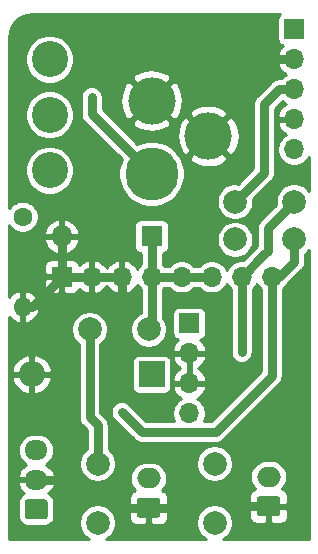
<source format=gbr>
G04 #@! TF.GenerationSoftware,KiCad,Pcbnew,5.1.10-1.fc33*
G04 #@! TF.CreationDate,2021-05-23T00:59:55+02:00*
G04 #@! TF.ProjectId,Omega_DC-DC_adaptor_1.5,4f6d6567-615f-4444-932d-44435f616461,rev?*
G04 #@! TF.SameCoordinates,Original*
G04 #@! TF.FileFunction,Copper,L1,Top*
G04 #@! TF.FilePolarity,Positive*
%FSLAX46Y46*%
G04 Gerber Fmt 4.6, Leading zero omitted, Abs format (unit mm)*
G04 Created by KiCad (PCBNEW 5.1.10-1.fc33) date 2021-05-23 00:59:55*
%MOMM*%
%LPD*%
G01*
G04 APERTURE LIST*
G04 #@! TA.AperFunction,ComponentPad*
%ADD10O,1.950000X1.700000*%
G04 #@! TD*
G04 #@! TA.AperFunction,ComponentPad*
%ADD11O,2.000000X1.700000*%
G04 #@! TD*
G04 #@! TA.AperFunction,ComponentPad*
%ADD12O,1.600000X1.600000*%
G04 #@! TD*
G04 #@! TA.AperFunction,ComponentPad*
%ADD13C,1.600000*%
G04 #@! TD*
G04 #@! TA.AperFunction,ComponentPad*
%ADD14O,2.200000X2.200000*%
G04 #@! TD*
G04 #@! TA.AperFunction,ComponentPad*
%ADD15R,2.200000X2.200000*%
G04 #@! TD*
G04 #@! TA.AperFunction,ComponentPad*
%ADD16O,1.700000X1.700000*%
G04 #@! TD*
G04 #@! TA.AperFunction,ComponentPad*
%ADD17R,1.700000X1.700000*%
G04 #@! TD*
G04 #@! TA.AperFunction,ComponentPad*
%ADD18C,2.000000*%
G04 #@! TD*
G04 #@! TA.AperFunction,ComponentPad*
%ADD19O,1.800000X1.800000*%
G04 #@! TD*
G04 #@! TA.AperFunction,ComponentPad*
%ADD20R,1.800000X1.800000*%
G04 #@! TD*
G04 #@! TA.AperFunction,ComponentPad*
%ADD21C,3.048000*%
G04 #@! TD*
G04 #@! TA.AperFunction,ComponentPad*
%ADD22C,4.000000*%
G04 #@! TD*
G04 #@! TA.AperFunction,ComponentPad*
%ADD23C,4.500000*%
G04 #@! TD*
G04 #@! TA.AperFunction,ViaPad*
%ADD24C,0.600000*%
G04 #@! TD*
G04 #@! TA.AperFunction,Conductor*
%ADD25C,0.736600*%
G04 #@! TD*
G04 #@! TA.AperFunction,Conductor*
%ADD26C,0.254000*%
G04 #@! TD*
G04 #@! TA.AperFunction,Conductor*
%ADD27C,0.100000*%
G04 #@! TD*
G04 APERTURE END LIST*
D10*
X195326000Y-157560000D03*
X195326000Y-160060000D03*
G04 #@! TA.AperFunction,ComponentPad*
G36*
G01*
X196051000Y-163410000D02*
X194601000Y-163410000D01*
G75*
G02*
X194351000Y-163160000I0J250000D01*
G01*
X194351000Y-161960000D01*
G75*
G02*
X194601000Y-161710000I250000J0D01*
G01*
X196051000Y-161710000D01*
G75*
G02*
X196301000Y-161960000I0J-250000D01*
G01*
X196301000Y-163160000D01*
G75*
G02*
X196051000Y-163410000I-250000J0D01*
G01*
G37*
G04 #@! TD.AperFunction*
D11*
X204851000Y-159933000D03*
G04 #@! TA.AperFunction,ComponentPad*
G36*
G01*
X205601000Y-163283000D02*
X204101000Y-163283000D01*
G75*
G02*
X203851000Y-163033000I0J250000D01*
G01*
X203851000Y-161833000D01*
G75*
G02*
X204101000Y-161583000I250000J0D01*
G01*
X205601000Y-161583000D01*
G75*
G02*
X205851000Y-161833000I0J-250000D01*
G01*
X205851000Y-163033000D01*
G75*
G02*
X205601000Y-163283000I-250000J0D01*
G01*
G37*
G04 #@! TD.AperFunction*
X215011000Y-159806000D03*
G04 #@! TA.AperFunction,ComponentPad*
G36*
G01*
X215761000Y-163156000D02*
X214261000Y-163156000D01*
G75*
G02*
X214011000Y-162906000I0J250000D01*
G01*
X214011000Y-161706000D01*
G75*
G02*
X214261000Y-161456000I250000J0D01*
G01*
X215761000Y-161456000D01*
G75*
G02*
X216011000Y-161706000I0J-250000D01*
G01*
X216011000Y-162906000D01*
G75*
G02*
X215761000Y-163156000I-250000J0D01*
G01*
G37*
G04 #@! TD.AperFunction*
D12*
X194183000Y-145415000D03*
D13*
X194183000Y-137795000D03*
D14*
X194945000Y-151130000D03*
D15*
X205105000Y-151130000D03*
D16*
X217170000Y-132080000D03*
X217170000Y-129540000D03*
X217170000Y-127000000D03*
X217170000Y-124460000D03*
D17*
X217170000Y-121920000D03*
D18*
X212170000Y-139700000D03*
X217170000Y-139700000D03*
X217170000Y-136525000D03*
X212170000Y-136525000D03*
D19*
X197485000Y-139446000D03*
D20*
X205105000Y-139446000D03*
D21*
X196469000Y-124460000D03*
X196469000Y-129159000D03*
X196469000Y-133858000D03*
D16*
X208280000Y-154432000D03*
X208280000Y-151892000D03*
X208280000Y-149352000D03*
D17*
X208280000Y-146812000D03*
D18*
X199851000Y-147320000D03*
X204851000Y-147320000D03*
X200533000Y-158703000D03*
X200533000Y-163703000D03*
X210439000Y-158703000D03*
X210439000Y-163703000D03*
D22*
X205105000Y-127952500D03*
D23*
X205105000Y-134152640D03*
D22*
X209905600Y-130952240D03*
D17*
X197485000Y-142875000D03*
D16*
X200025000Y-142875000D03*
X202565000Y-142875000D03*
X205105000Y-142875000D03*
X207645000Y-142875000D03*
X210185000Y-142875000D03*
X212725000Y-142875000D03*
X215265000Y-142875000D03*
D24*
X210185000Y-161290000D03*
X210820000Y-124460000D03*
X200660000Y-161290000D03*
X202565000Y-151892000D03*
X200025000Y-127635000D03*
X212725000Y-149225000D03*
X202565000Y-154305000D03*
D25*
X205105000Y-142875000D02*
X207645000Y-142875000D01*
X207645000Y-142875000D02*
X210185000Y-142875000D01*
X205105000Y-142875000D02*
X205105000Y-139446000D01*
X205105000Y-147066000D02*
X204851000Y-147320000D01*
X205105000Y-145415000D02*
X205105000Y-147066000D01*
X205105000Y-142875000D02*
X205105000Y-145415000D01*
X205105000Y-145415000D02*
X205105000Y-146050000D01*
X204851000Y-162433000D02*
X207772000Y-162433000D01*
X207772000Y-162433000D02*
X208915000Y-161290000D01*
X212471000Y-162306000D02*
X215011000Y-162306000D01*
X211455000Y-161290000D02*
X212471000Y-162306000D01*
X194945000Y-145415000D02*
X197485000Y-142875000D01*
X194183000Y-145415000D02*
X194945000Y-145415000D01*
X197485000Y-142875000D02*
X200025000Y-142875000D01*
X200025000Y-142875000D02*
X202565000Y-142875000D01*
X197485000Y-139446000D02*
X197485000Y-142875000D01*
X208915000Y-161290000D02*
X210185000Y-161290000D01*
X210185000Y-161290000D02*
X211455000Y-161290000D01*
X217170000Y-124460000D02*
X210820000Y-124460000D01*
X201295000Y-161290000D02*
X202438000Y-162433000D01*
X199390000Y-161290000D02*
X200660000Y-161290000D01*
X202438000Y-162433000D02*
X204851000Y-162433000D01*
X198160000Y-160060000D02*
X199390000Y-161290000D01*
X195326000Y-160060000D02*
X198160000Y-160060000D01*
X200660000Y-161290000D02*
X201295000Y-161290000D01*
X202565000Y-150495000D02*
X202565000Y-142875000D01*
X202565000Y-151892000D02*
X202565000Y-150495000D01*
X199851000Y-147320000D02*
X199851000Y-154766000D01*
X200533000Y-155448000D02*
X200533000Y-158703000D01*
X199851000Y-154766000D02*
X200533000Y-155448000D01*
X200025000Y-129072640D02*
X205105000Y-134152640D01*
X200025000Y-127635000D02*
X200025000Y-129072640D01*
X212725000Y-149225000D02*
X212725000Y-142875000D01*
X214947500Y-138747500D02*
X217170000Y-136525000D01*
X214947500Y-140652500D02*
X214630000Y-140970000D01*
X214947500Y-138747500D02*
X214947500Y-140652500D01*
X212725000Y-142875000D02*
X214630000Y-140970000D01*
X217170000Y-139700000D02*
X217170000Y-141605000D01*
X215900000Y-142875000D02*
X215265000Y-142875000D01*
X217170000Y-141605000D02*
X215900000Y-142875000D01*
X215265000Y-151257000D02*
X215265000Y-142875000D01*
X210520001Y-156001999D02*
X215265000Y-151257000D01*
X204261999Y-156001999D02*
X210520001Y-156001999D01*
X202565000Y-154305000D02*
X204261999Y-156001999D01*
X214630000Y-134065000D02*
X212170000Y-136525000D01*
X214630000Y-128270000D02*
X214630000Y-134065000D01*
X215900000Y-127000000D02*
X214630000Y-128270000D01*
X217170000Y-127000000D02*
X215900000Y-127000000D01*
D26*
X215922957Y-120672957D02*
X215853127Y-120758046D01*
X215801239Y-120855122D01*
X215769286Y-120960456D01*
X215758497Y-121070000D01*
X215758497Y-122770000D01*
X215769286Y-122879544D01*
X215801239Y-122984878D01*
X215853127Y-123081954D01*
X215922957Y-123167043D01*
X216008046Y-123236873D01*
X216105122Y-123288761D01*
X216210456Y-123320714D01*
X216225044Y-123322151D01*
X216072412Y-123459731D01*
X215898359Y-123693080D01*
X215773175Y-123955901D01*
X215728524Y-124103110D01*
X215849845Y-124333000D01*
X217043000Y-124333000D01*
X217043000Y-124313000D01*
X217297000Y-124313000D01*
X217297000Y-124333000D01*
X217317000Y-124333000D01*
X217317000Y-124587000D01*
X217297000Y-124587000D01*
X217297000Y-124607000D01*
X217043000Y-124607000D01*
X217043000Y-124587000D01*
X215849845Y-124587000D01*
X215728524Y-124816890D01*
X215773175Y-124964099D01*
X215898359Y-125226920D01*
X216072412Y-125460269D01*
X216288645Y-125655178D01*
X216478046Y-125767999D01*
X216271942Y-125905713D01*
X216104755Y-126072900D01*
X215945529Y-126072900D01*
X215899999Y-126068416D01*
X215854469Y-126072900D01*
X215854463Y-126072900D01*
X215736846Y-126084484D01*
X215718256Y-126086315D01*
X215666742Y-126101942D01*
X215543498Y-126139328D01*
X215382439Y-126225415D01*
X215382437Y-126225416D01*
X215382438Y-126225416D01*
X215276640Y-126312242D01*
X215276638Y-126312244D01*
X215241270Y-126341270D01*
X215212244Y-126376638D01*
X214006643Y-127582240D01*
X213971270Y-127611270D01*
X213855415Y-127752440D01*
X213769328Y-127913499D01*
X213716315Y-128088258D01*
X213702900Y-128224464D01*
X213702900Y-128224470D01*
X213698416Y-128270000D01*
X213702900Y-128315530D01*
X213702901Y-133680982D01*
X212402062Y-134981821D01*
X212323528Y-134966200D01*
X212016472Y-134966200D01*
X211715315Y-135026104D01*
X211431631Y-135143610D01*
X211176323Y-135314201D01*
X210959201Y-135531323D01*
X210788610Y-135786631D01*
X210671104Y-136070315D01*
X210611200Y-136371472D01*
X210611200Y-136678528D01*
X210671104Y-136979685D01*
X210788610Y-137263369D01*
X210959201Y-137518677D01*
X211176323Y-137735799D01*
X211431631Y-137906390D01*
X211715315Y-138023896D01*
X212016472Y-138083800D01*
X212323528Y-138083800D01*
X212624685Y-138023896D01*
X212908369Y-137906390D01*
X213163677Y-137735799D01*
X213380799Y-137518677D01*
X213551390Y-137263369D01*
X213668896Y-136979685D01*
X213728800Y-136678528D01*
X213728800Y-136371472D01*
X213713179Y-136292938D01*
X215253357Y-134752760D01*
X215288730Y-134723730D01*
X215404585Y-134582561D01*
X215490672Y-134421502D01*
X215543685Y-134246743D01*
X215557100Y-134110537D01*
X215557100Y-134110528D01*
X215561584Y-134065001D01*
X215557100Y-134019474D01*
X215557100Y-128654017D01*
X216194386Y-128016731D01*
X216271942Y-128094287D01*
X216478046Y-128232001D01*
X216288645Y-128344822D01*
X216072412Y-128539731D01*
X215898359Y-128773080D01*
X215773175Y-129035901D01*
X215728524Y-129183110D01*
X215849845Y-129413000D01*
X217043000Y-129413000D01*
X217043000Y-129393000D01*
X217297000Y-129393000D01*
X217297000Y-129413000D01*
X217317000Y-129413000D01*
X217317000Y-129667000D01*
X217297000Y-129667000D01*
X217297000Y-129687000D01*
X217043000Y-129687000D01*
X217043000Y-129667000D01*
X215849845Y-129667000D01*
X215728524Y-129896890D01*
X215773175Y-130044099D01*
X215898359Y-130306920D01*
X216072412Y-130540269D01*
X216288645Y-130735178D01*
X216478046Y-130847999D01*
X216271942Y-130985713D01*
X216075713Y-131181942D01*
X215921537Y-131412683D01*
X215815339Y-131669068D01*
X215761200Y-131941245D01*
X215761200Y-132218755D01*
X215815339Y-132490932D01*
X215921537Y-132747317D01*
X216075713Y-132978058D01*
X216271942Y-133174287D01*
X216502683Y-133328463D01*
X216759068Y-133434661D01*
X217031245Y-133488800D01*
X217308755Y-133488800D01*
X217580932Y-133434661D01*
X217837317Y-133328463D01*
X218068058Y-133174287D01*
X218264287Y-132978058D01*
X218418463Y-132747317D01*
X218441200Y-132692424D01*
X218441200Y-135621720D01*
X218380799Y-135531323D01*
X218163677Y-135314201D01*
X217908369Y-135143610D01*
X217624685Y-135026104D01*
X217323528Y-134966200D01*
X217016472Y-134966200D01*
X216715315Y-135026104D01*
X216431631Y-135143610D01*
X216176323Y-135314201D01*
X215959201Y-135531323D01*
X215788610Y-135786631D01*
X215671104Y-136070315D01*
X215611200Y-136371472D01*
X215611200Y-136678528D01*
X215626821Y-136757062D01*
X214324143Y-138059740D01*
X214288770Y-138088770D01*
X214172915Y-138229940D01*
X214086828Y-138390999D01*
X214057039Y-138489201D01*
X214039809Y-138546000D01*
X214033815Y-138565758D01*
X214020400Y-138701964D01*
X214020400Y-138701970D01*
X214015916Y-138747500D01*
X214020400Y-138793030D01*
X214020401Y-140268482D01*
X214006646Y-140282237D01*
X214006640Y-140282242D01*
X212822683Y-141466200D01*
X212586245Y-141466200D01*
X212314068Y-141520339D01*
X212057683Y-141626537D01*
X211826942Y-141780713D01*
X211630713Y-141976942D01*
X211476537Y-142207683D01*
X211455000Y-142259678D01*
X211433463Y-142207683D01*
X211279287Y-141976942D01*
X211083058Y-141780713D01*
X210852317Y-141626537D01*
X210595932Y-141520339D01*
X210323755Y-141466200D01*
X210046245Y-141466200D01*
X209774068Y-141520339D01*
X209517683Y-141626537D01*
X209286942Y-141780713D01*
X209119755Y-141947900D01*
X208710245Y-141947900D01*
X208543058Y-141780713D01*
X208312317Y-141626537D01*
X208055932Y-141520339D01*
X207783755Y-141466200D01*
X207506245Y-141466200D01*
X207234068Y-141520339D01*
X206977683Y-141626537D01*
X206746942Y-141780713D01*
X206579755Y-141947900D01*
X206170245Y-141947900D01*
X206032100Y-141809755D01*
X206032100Y-140904834D01*
X206114544Y-140896714D01*
X206219878Y-140864761D01*
X206316954Y-140812873D01*
X206402043Y-140743043D01*
X206471873Y-140657954D01*
X206523761Y-140560878D01*
X206555714Y-140455544D01*
X206566503Y-140346000D01*
X206566503Y-139546472D01*
X210611200Y-139546472D01*
X210611200Y-139853528D01*
X210671104Y-140154685D01*
X210788610Y-140438369D01*
X210959201Y-140693677D01*
X211176323Y-140910799D01*
X211431631Y-141081390D01*
X211715315Y-141198896D01*
X212016472Y-141258800D01*
X212323528Y-141258800D01*
X212624685Y-141198896D01*
X212908369Y-141081390D01*
X213163677Y-140910799D01*
X213380799Y-140693677D01*
X213551390Y-140438369D01*
X213668896Y-140154685D01*
X213728800Y-139853528D01*
X213728800Y-139546472D01*
X213668896Y-139245315D01*
X213551390Y-138961631D01*
X213380799Y-138706323D01*
X213163677Y-138489201D01*
X212908369Y-138318610D01*
X212624685Y-138201104D01*
X212323528Y-138141200D01*
X212016472Y-138141200D01*
X211715315Y-138201104D01*
X211431631Y-138318610D01*
X211176323Y-138489201D01*
X210959201Y-138706323D01*
X210788610Y-138961631D01*
X210671104Y-139245315D01*
X210611200Y-139546472D01*
X206566503Y-139546472D01*
X206566503Y-138546000D01*
X206555714Y-138436456D01*
X206523761Y-138331122D01*
X206471873Y-138234046D01*
X206402043Y-138148957D01*
X206316954Y-138079127D01*
X206219878Y-138027239D01*
X206114544Y-137995286D01*
X206005000Y-137984497D01*
X204205000Y-137984497D01*
X204095456Y-137995286D01*
X203990122Y-138027239D01*
X203893046Y-138079127D01*
X203807957Y-138148957D01*
X203738127Y-138234046D01*
X203686239Y-138331122D01*
X203654286Y-138436456D01*
X203643497Y-138546000D01*
X203643497Y-140346000D01*
X203654286Y-140455544D01*
X203686239Y-140560878D01*
X203738127Y-140657954D01*
X203807957Y-140743043D01*
X203893046Y-140812873D01*
X203990122Y-140864761D01*
X204095456Y-140896714D01*
X204177901Y-140904834D01*
X204177900Y-141809755D01*
X204010713Y-141976942D01*
X203872999Y-142183046D01*
X203760178Y-141993645D01*
X203565269Y-141777412D01*
X203331920Y-141603359D01*
X203069099Y-141478175D01*
X202921890Y-141433524D01*
X202692000Y-141554845D01*
X202692000Y-142748000D01*
X202712000Y-142748000D01*
X202712000Y-143002000D01*
X202692000Y-143002000D01*
X202692000Y-144195155D01*
X202921890Y-144316476D01*
X203069099Y-144271825D01*
X203331920Y-144146641D01*
X203565269Y-143972588D01*
X203760178Y-143756355D01*
X203872999Y-143566954D01*
X204010713Y-143773058D01*
X204177900Y-143940245D01*
X204177901Y-145369454D01*
X204177900Y-145369464D01*
X204177900Y-145911575D01*
X204112631Y-145938610D01*
X203857323Y-146109201D01*
X203640201Y-146326323D01*
X203469610Y-146581631D01*
X203352104Y-146865315D01*
X203292200Y-147166472D01*
X203292200Y-147473528D01*
X203352104Y-147774685D01*
X203469610Y-148058369D01*
X203640201Y-148313677D01*
X203857323Y-148530799D01*
X204112631Y-148701390D01*
X204396315Y-148818896D01*
X204697472Y-148878800D01*
X205004528Y-148878800D01*
X205305685Y-148818896D01*
X205589369Y-148701390D01*
X205844677Y-148530799D01*
X206061799Y-148313677D01*
X206232390Y-148058369D01*
X206349896Y-147774685D01*
X206409800Y-147473528D01*
X206409800Y-147166472D01*
X206349896Y-146865315D01*
X206232390Y-146581631D01*
X206061799Y-146326323D01*
X206032100Y-146296624D01*
X206032100Y-143940245D01*
X206170245Y-143802100D01*
X206579755Y-143802100D01*
X206746942Y-143969287D01*
X206977683Y-144123463D01*
X207234068Y-144229661D01*
X207506245Y-144283800D01*
X207783755Y-144283800D01*
X208055932Y-144229661D01*
X208312317Y-144123463D01*
X208543058Y-143969287D01*
X208710245Y-143802100D01*
X209119755Y-143802100D01*
X209286942Y-143969287D01*
X209517683Y-144123463D01*
X209774068Y-144229661D01*
X210046245Y-144283800D01*
X210323755Y-144283800D01*
X210595932Y-144229661D01*
X210852317Y-144123463D01*
X211083058Y-143969287D01*
X211279287Y-143773058D01*
X211433463Y-143542317D01*
X211455000Y-143490322D01*
X211476537Y-143542317D01*
X211630713Y-143773058D01*
X211797901Y-143940246D01*
X211797900Y-149270536D01*
X211811315Y-149406742D01*
X211864328Y-149581501D01*
X211950415Y-149742560D01*
X212066270Y-149883730D01*
X212207439Y-149999585D01*
X212368498Y-150085672D01*
X212543257Y-150138685D01*
X212725000Y-150156585D01*
X212906742Y-150138685D01*
X213081501Y-150085672D01*
X213242560Y-149999585D01*
X213383730Y-149883730D01*
X213499585Y-149742561D01*
X213585672Y-149581502D01*
X213638685Y-149406743D01*
X213652100Y-149270537D01*
X213652100Y-143940245D01*
X213819287Y-143773058D01*
X213973463Y-143542317D01*
X213995000Y-143490322D01*
X214016537Y-143542317D01*
X214170713Y-143773058D01*
X214337901Y-143940246D01*
X214337900Y-150872982D01*
X210135984Y-155074899D01*
X209538577Y-155074899D01*
X209634661Y-154842932D01*
X209688800Y-154570755D01*
X209688800Y-154293245D01*
X209634661Y-154021068D01*
X209528463Y-153764683D01*
X209374287Y-153533942D01*
X209178058Y-153337713D01*
X208971954Y-153199999D01*
X209161355Y-153087178D01*
X209377588Y-152892269D01*
X209551641Y-152658920D01*
X209676825Y-152396099D01*
X209721476Y-152248890D01*
X209600155Y-152019000D01*
X208407000Y-152019000D01*
X208407000Y-152039000D01*
X208153000Y-152039000D01*
X208153000Y-152019000D01*
X206959845Y-152019000D01*
X206838524Y-152248890D01*
X206883175Y-152396099D01*
X207008359Y-152658920D01*
X207182412Y-152892269D01*
X207398645Y-153087178D01*
X207588046Y-153199999D01*
X207381942Y-153337713D01*
X207185713Y-153533942D01*
X207031537Y-153764683D01*
X206925339Y-154021068D01*
X206871200Y-154293245D01*
X206871200Y-154570755D01*
X206925339Y-154842932D01*
X207021423Y-155074899D01*
X204646017Y-155074899D01*
X203188359Y-153617242D01*
X203082561Y-153530416D01*
X202921502Y-153444329D01*
X202746743Y-153391315D01*
X202565000Y-153373416D01*
X202383257Y-153391315D01*
X202208498Y-153444329D01*
X202047439Y-153530416D01*
X201906270Y-153646270D01*
X201790416Y-153787439D01*
X201704329Y-153948498D01*
X201651315Y-154123257D01*
X201633416Y-154305000D01*
X201651315Y-154486743D01*
X201704329Y-154661502D01*
X201790416Y-154822561D01*
X201877242Y-154928359D01*
X203574243Y-156625361D01*
X203603269Y-156660729D01*
X203638637Y-156689755D01*
X203638639Y-156689757D01*
X203713898Y-156751520D01*
X203744438Y-156776584D01*
X203905497Y-156862671D01*
X204027242Y-156899602D01*
X204080255Y-156915684D01*
X204098845Y-156917515D01*
X204216462Y-156929099D01*
X204216468Y-156929099D01*
X204261998Y-156933583D01*
X204307528Y-156929099D01*
X210474471Y-156929099D01*
X210520001Y-156933583D01*
X210565531Y-156929099D01*
X210565538Y-156929099D01*
X210701744Y-156915684D01*
X210876503Y-156862671D01*
X211037562Y-156776584D01*
X211178731Y-156660729D01*
X211207761Y-156625356D01*
X215888364Y-151944754D01*
X215923730Y-151915730D01*
X216039585Y-151774561D01*
X216125672Y-151613502D01*
X216178685Y-151438743D01*
X216192100Y-151302537D01*
X216192100Y-151302530D01*
X216196584Y-151257000D01*
X216192100Y-151211470D01*
X216192100Y-143940245D01*
X216359287Y-143773058D01*
X216471206Y-143605560D01*
X216558730Y-143533730D01*
X216587760Y-143498357D01*
X217793362Y-142292756D01*
X217828730Y-142263730D01*
X217944585Y-142122561D01*
X218030672Y-141961502D01*
X218067603Y-141839757D01*
X218083685Y-141786744D01*
X218095133Y-141670506D01*
X218097100Y-141650537D01*
X218097100Y-141650531D01*
X218101584Y-141605001D01*
X218097100Y-141559471D01*
X218097100Y-140955284D01*
X218163677Y-140910799D01*
X218380799Y-140693677D01*
X218441200Y-140603280D01*
X218441201Y-165101200D01*
X211136786Y-165101200D01*
X211177369Y-165084390D01*
X211432677Y-164913799D01*
X211649799Y-164696677D01*
X211820390Y-164441369D01*
X211937896Y-164157685D01*
X211997800Y-163856528D01*
X211997800Y-163549472D01*
X211937896Y-163248315D01*
X211899658Y-163156000D01*
X213372928Y-163156000D01*
X213385188Y-163280482D01*
X213421498Y-163400180D01*
X213480463Y-163510494D01*
X213559815Y-163607185D01*
X213656506Y-163686537D01*
X213766820Y-163745502D01*
X213886518Y-163781812D01*
X214011000Y-163794072D01*
X214725250Y-163791000D01*
X214884000Y-163632250D01*
X214884000Y-162433000D01*
X215138000Y-162433000D01*
X215138000Y-163632250D01*
X215296750Y-163791000D01*
X216011000Y-163794072D01*
X216135482Y-163781812D01*
X216255180Y-163745502D01*
X216365494Y-163686537D01*
X216462185Y-163607185D01*
X216541537Y-163510494D01*
X216600502Y-163400180D01*
X216636812Y-163280482D01*
X216649072Y-163156000D01*
X216646000Y-162591750D01*
X216487250Y-162433000D01*
X215138000Y-162433000D01*
X214884000Y-162433000D01*
X213534750Y-162433000D01*
X213376000Y-162591750D01*
X213372928Y-163156000D01*
X211899658Y-163156000D01*
X211820390Y-162964631D01*
X211649799Y-162709323D01*
X211432677Y-162492201D01*
X211177369Y-162321610D01*
X210893685Y-162204104D01*
X210592528Y-162144200D01*
X210285472Y-162144200D01*
X209984315Y-162204104D01*
X209700631Y-162321610D01*
X209445323Y-162492201D01*
X209228201Y-162709323D01*
X209057610Y-162964631D01*
X208940104Y-163248315D01*
X208880200Y-163549472D01*
X208880200Y-163856528D01*
X208940104Y-164157685D01*
X209057610Y-164441369D01*
X209228201Y-164696677D01*
X209445323Y-164913799D01*
X209700631Y-165084390D01*
X209741214Y-165101200D01*
X201230786Y-165101200D01*
X201271369Y-165084390D01*
X201526677Y-164913799D01*
X201743799Y-164696677D01*
X201914390Y-164441369D01*
X202031896Y-164157685D01*
X202091800Y-163856528D01*
X202091800Y-163549472D01*
X202038796Y-163283000D01*
X203212928Y-163283000D01*
X203225188Y-163407482D01*
X203261498Y-163527180D01*
X203320463Y-163637494D01*
X203399815Y-163734185D01*
X203496506Y-163813537D01*
X203606820Y-163872502D01*
X203726518Y-163908812D01*
X203851000Y-163921072D01*
X204565250Y-163918000D01*
X204724000Y-163759250D01*
X204724000Y-162560000D01*
X204978000Y-162560000D01*
X204978000Y-163759250D01*
X205136750Y-163918000D01*
X205851000Y-163921072D01*
X205975482Y-163908812D01*
X206095180Y-163872502D01*
X206205494Y-163813537D01*
X206302185Y-163734185D01*
X206381537Y-163637494D01*
X206440502Y-163527180D01*
X206476812Y-163407482D01*
X206489072Y-163283000D01*
X206486000Y-162718750D01*
X206327250Y-162560000D01*
X204978000Y-162560000D01*
X204724000Y-162560000D01*
X203374750Y-162560000D01*
X203216000Y-162718750D01*
X203212928Y-163283000D01*
X202038796Y-163283000D01*
X202031896Y-163248315D01*
X201914390Y-162964631D01*
X201743799Y-162709323D01*
X201526677Y-162492201D01*
X201271369Y-162321610D01*
X200987685Y-162204104D01*
X200686528Y-162144200D01*
X200379472Y-162144200D01*
X200078315Y-162204104D01*
X199794631Y-162321610D01*
X199539323Y-162492201D01*
X199322201Y-162709323D01*
X199151610Y-162964631D01*
X199034104Y-163248315D01*
X198974200Y-163549472D01*
X198974200Y-163856528D01*
X199034104Y-164157685D01*
X199151610Y-164441369D01*
X199322201Y-164696677D01*
X199539323Y-164913799D01*
X199794631Y-165084390D01*
X199835214Y-165101200D01*
X193038800Y-165101200D01*
X193038800Y-160416890D01*
X193759524Y-160416890D01*
X193851648Y-160679858D01*
X193998504Y-160931193D01*
X194191571Y-161149049D01*
X194279752Y-161215987D01*
X194150153Y-161285260D01*
X194027181Y-161386181D01*
X193926260Y-161509153D01*
X193851269Y-161649451D01*
X193805090Y-161801684D01*
X193789497Y-161960000D01*
X193789497Y-163160000D01*
X193805090Y-163318316D01*
X193851269Y-163470549D01*
X193926260Y-163610847D01*
X194027181Y-163733819D01*
X194150153Y-163834740D01*
X194290451Y-163909731D01*
X194442684Y-163955910D01*
X194601000Y-163971503D01*
X196051000Y-163971503D01*
X196209316Y-163955910D01*
X196361549Y-163909731D01*
X196501847Y-163834740D01*
X196624819Y-163733819D01*
X196725740Y-163610847D01*
X196800731Y-163470549D01*
X196846910Y-163318316D01*
X196862503Y-163160000D01*
X196862503Y-161960000D01*
X196846910Y-161801684D01*
X196800731Y-161649451D01*
X196765213Y-161583000D01*
X203212928Y-161583000D01*
X203216000Y-162147250D01*
X203374750Y-162306000D01*
X204724000Y-162306000D01*
X204724000Y-162286000D01*
X204978000Y-162286000D01*
X204978000Y-162306000D01*
X206327250Y-162306000D01*
X206486000Y-162147250D01*
X206489072Y-161583000D01*
X206476812Y-161458518D01*
X206476049Y-161456000D01*
X213372928Y-161456000D01*
X213376000Y-162020250D01*
X213534750Y-162179000D01*
X214884000Y-162179000D01*
X214884000Y-162159000D01*
X215138000Y-162159000D01*
X215138000Y-162179000D01*
X216487250Y-162179000D01*
X216646000Y-162020250D01*
X216649072Y-161456000D01*
X216636812Y-161331518D01*
X216600502Y-161211820D01*
X216541537Y-161101506D01*
X216462185Y-161004815D01*
X216365494Y-160925463D01*
X216255180Y-160866498D01*
X216135482Y-160830188D01*
X216133916Y-160830034D01*
X216161992Y-160806992D01*
X216338042Y-160592474D01*
X216468859Y-160347733D01*
X216549415Y-160082173D01*
X216576616Y-159806000D01*
X216549415Y-159529827D01*
X216468859Y-159264267D01*
X216338042Y-159019526D01*
X216161992Y-158805008D01*
X215947474Y-158628958D01*
X215702733Y-158498141D01*
X215437173Y-158417585D01*
X215230203Y-158397200D01*
X214791797Y-158397200D01*
X214584827Y-158417585D01*
X214319267Y-158498141D01*
X214074526Y-158628958D01*
X213860008Y-158805008D01*
X213683958Y-159019526D01*
X213553141Y-159264267D01*
X213472585Y-159529827D01*
X213445384Y-159806000D01*
X213472585Y-160082173D01*
X213553141Y-160347733D01*
X213683958Y-160592474D01*
X213860008Y-160806992D01*
X213888084Y-160830034D01*
X213886518Y-160830188D01*
X213766820Y-160866498D01*
X213656506Y-160925463D01*
X213559815Y-161004815D01*
X213480463Y-161101506D01*
X213421498Y-161211820D01*
X213385188Y-161331518D01*
X213372928Y-161456000D01*
X206476049Y-161456000D01*
X206440502Y-161338820D01*
X206381537Y-161228506D01*
X206302185Y-161131815D01*
X206205494Y-161052463D01*
X206095180Y-160993498D01*
X205975482Y-160957188D01*
X205973916Y-160957034D01*
X206001992Y-160933992D01*
X206178042Y-160719474D01*
X206308859Y-160474733D01*
X206389415Y-160209173D01*
X206416616Y-159933000D01*
X206389415Y-159656827D01*
X206308859Y-159391267D01*
X206178042Y-159146526D01*
X206001992Y-158932008D01*
X205787474Y-158755958D01*
X205542733Y-158625141D01*
X205293284Y-158549472D01*
X208880200Y-158549472D01*
X208880200Y-158856528D01*
X208940104Y-159157685D01*
X209057610Y-159441369D01*
X209228201Y-159696677D01*
X209445323Y-159913799D01*
X209700631Y-160084390D01*
X209984315Y-160201896D01*
X210285472Y-160261800D01*
X210592528Y-160261800D01*
X210893685Y-160201896D01*
X211177369Y-160084390D01*
X211432677Y-159913799D01*
X211649799Y-159696677D01*
X211820390Y-159441369D01*
X211937896Y-159157685D01*
X211997800Y-158856528D01*
X211997800Y-158549472D01*
X211937896Y-158248315D01*
X211820390Y-157964631D01*
X211649799Y-157709323D01*
X211432677Y-157492201D01*
X211177369Y-157321610D01*
X210893685Y-157204104D01*
X210592528Y-157144200D01*
X210285472Y-157144200D01*
X209984315Y-157204104D01*
X209700631Y-157321610D01*
X209445323Y-157492201D01*
X209228201Y-157709323D01*
X209057610Y-157964631D01*
X208940104Y-158248315D01*
X208880200Y-158549472D01*
X205293284Y-158549472D01*
X205277173Y-158544585D01*
X205070203Y-158524200D01*
X204631797Y-158524200D01*
X204424827Y-158544585D01*
X204159267Y-158625141D01*
X203914526Y-158755958D01*
X203700008Y-158932008D01*
X203523958Y-159146526D01*
X203393141Y-159391267D01*
X203312585Y-159656827D01*
X203285384Y-159933000D01*
X203312585Y-160209173D01*
X203393141Y-160474733D01*
X203523958Y-160719474D01*
X203700008Y-160933992D01*
X203728084Y-160957034D01*
X203726518Y-160957188D01*
X203606820Y-160993498D01*
X203496506Y-161052463D01*
X203399815Y-161131815D01*
X203320463Y-161228506D01*
X203261498Y-161338820D01*
X203225188Y-161458518D01*
X203212928Y-161583000D01*
X196765213Y-161583000D01*
X196725740Y-161509153D01*
X196624819Y-161386181D01*
X196501847Y-161285260D01*
X196372248Y-161215987D01*
X196460429Y-161149049D01*
X196653496Y-160931193D01*
X196800352Y-160679858D01*
X196892476Y-160416890D01*
X196771155Y-160187000D01*
X195453000Y-160187000D01*
X195453000Y-160207000D01*
X195199000Y-160207000D01*
X195199000Y-160187000D01*
X193880845Y-160187000D01*
X193759524Y-160416890D01*
X193038800Y-160416890D01*
X193038800Y-159703110D01*
X193759524Y-159703110D01*
X193880845Y-159933000D01*
X195199000Y-159933000D01*
X195199000Y-159913000D01*
X195453000Y-159913000D01*
X195453000Y-159933000D01*
X196771155Y-159933000D01*
X196892476Y-159703110D01*
X196800352Y-159440142D01*
X196653496Y-159188807D01*
X196460429Y-158970951D01*
X196228570Y-158794947D01*
X196176528Y-158769618D01*
X196237474Y-158737042D01*
X196451992Y-158560992D01*
X196628042Y-158346474D01*
X196758859Y-158101733D01*
X196839415Y-157836173D01*
X196866616Y-157560000D01*
X196839415Y-157283827D01*
X196758859Y-157018267D01*
X196628042Y-156773526D01*
X196451992Y-156559008D01*
X196237474Y-156382958D01*
X195992733Y-156252141D01*
X195727173Y-156171585D01*
X195520203Y-156151200D01*
X195131797Y-156151200D01*
X194924827Y-156171585D01*
X194659267Y-156252141D01*
X194414526Y-156382958D01*
X194200008Y-156559008D01*
X194023958Y-156773526D01*
X193893141Y-157018267D01*
X193812585Y-157283827D01*
X193785384Y-157560000D01*
X193812585Y-157836173D01*
X193893141Y-158101733D01*
X194023958Y-158346474D01*
X194200008Y-158560992D01*
X194414526Y-158737042D01*
X194475472Y-158769618D01*
X194423430Y-158794947D01*
X194191571Y-158970951D01*
X193998504Y-159188807D01*
X193851648Y-159440142D01*
X193759524Y-159703110D01*
X193038800Y-159703110D01*
X193038800Y-151526122D01*
X193255825Y-151526122D01*
X193320425Y-151739094D01*
X193470469Y-152044329D01*
X193677178Y-152314427D01*
X193932609Y-152539008D01*
X194226946Y-152709442D01*
X194548877Y-152819179D01*
X194818000Y-152701600D01*
X194818000Y-151257000D01*
X195072000Y-151257000D01*
X195072000Y-152701600D01*
X195341123Y-152819179D01*
X195663054Y-152709442D01*
X195957391Y-152539008D01*
X196212822Y-152314427D01*
X196419531Y-152044329D01*
X196569575Y-151739094D01*
X196634175Y-151526122D01*
X196516125Y-151257000D01*
X195072000Y-151257000D01*
X194818000Y-151257000D01*
X193373875Y-151257000D01*
X193255825Y-151526122D01*
X193038800Y-151526122D01*
X193038800Y-150733878D01*
X193255825Y-150733878D01*
X193373875Y-151003000D01*
X194818000Y-151003000D01*
X194818000Y-149558400D01*
X195072000Y-149558400D01*
X195072000Y-151003000D01*
X196516125Y-151003000D01*
X196634175Y-150733878D01*
X196569575Y-150520906D01*
X196419531Y-150215671D01*
X196212822Y-149945573D01*
X195957391Y-149720992D01*
X195663054Y-149550558D01*
X195341123Y-149440821D01*
X195072000Y-149558400D01*
X194818000Y-149558400D01*
X194548877Y-149440821D01*
X194226946Y-149550558D01*
X193932609Y-149720992D01*
X193677178Y-149945573D01*
X193470469Y-150215671D01*
X193320425Y-150520906D01*
X193255825Y-150733878D01*
X193038800Y-150733878D01*
X193038800Y-147166472D01*
X198292200Y-147166472D01*
X198292200Y-147473528D01*
X198352104Y-147774685D01*
X198469610Y-148058369D01*
X198640201Y-148313677D01*
X198857323Y-148530799D01*
X198923900Y-148575284D01*
X198923901Y-154720460D01*
X198919416Y-154766000D01*
X198937315Y-154947743D01*
X198990329Y-155122502D01*
X199076416Y-155283561D01*
X199163242Y-155389359D01*
X199163245Y-155389362D01*
X199192271Y-155424730D01*
X199227639Y-155453756D01*
X199605900Y-155832017D01*
X199605901Y-157447715D01*
X199539323Y-157492201D01*
X199322201Y-157709323D01*
X199151610Y-157964631D01*
X199034104Y-158248315D01*
X198974200Y-158549472D01*
X198974200Y-158856528D01*
X199034104Y-159157685D01*
X199151610Y-159441369D01*
X199322201Y-159696677D01*
X199539323Y-159913799D01*
X199794631Y-160084390D01*
X200078315Y-160201896D01*
X200379472Y-160261800D01*
X200686528Y-160261800D01*
X200987685Y-160201896D01*
X201271369Y-160084390D01*
X201526677Y-159913799D01*
X201743799Y-159696677D01*
X201914390Y-159441369D01*
X202031896Y-159157685D01*
X202091800Y-158856528D01*
X202091800Y-158549472D01*
X202031896Y-158248315D01*
X201914390Y-157964631D01*
X201743799Y-157709323D01*
X201526677Y-157492201D01*
X201460100Y-157447716D01*
X201460100Y-155493537D01*
X201464585Y-155448000D01*
X201446685Y-155266256D01*
X201393672Y-155091498D01*
X201380074Y-155066058D01*
X201307585Y-154930439D01*
X201191730Y-154789270D01*
X201156358Y-154760241D01*
X200778100Y-154381983D01*
X200778100Y-150030000D01*
X203443497Y-150030000D01*
X203443497Y-152230000D01*
X203454286Y-152339544D01*
X203486239Y-152444878D01*
X203538127Y-152541954D01*
X203607957Y-152627043D01*
X203693046Y-152696873D01*
X203790122Y-152748761D01*
X203895456Y-152780714D01*
X204005000Y-152791503D01*
X206205000Y-152791503D01*
X206314544Y-152780714D01*
X206419878Y-152748761D01*
X206516954Y-152696873D01*
X206602043Y-152627043D01*
X206671873Y-152541954D01*
X206723761Y-152444878D01*
X206755714Y-152339544D01*
X206766503Y-152230000D01*
X206766503Y-150030000D01*
X206755714Y-149920456D01*
X206723761Y-149815122D01*
X206671873Y-149718046D01*
X206664359Y-149708890D01*
X206838524Y-149708890D01*
X206883175Y-149856099D01*
X207008359Y-150118920D01*
X207182412Y-150352269D01*
X207398645Y-150547178D01*
X207524255Y-150622000D01*
X207398645Y-150696822D01*
X207182412Y-150891731D01*
X207008359Y-151125080D01*
X206883175Y-151387901D01*
X206838524Y-151535110D01*
X206959845Y-151765000D01*
X208153000Y-151765000D01*
X208153000Y-149479000D01*
X208407000Y-149479000D01*
X208407000Y-151765000D01*
X209600155Y-151765000D01*
X209721476Y-151535110D01*
X209676825Y-151387901D01*
X209551641Y-151125080D01*
X209377588Y-150891731D01*
X209161355Y-150696822D01*
X209035745Y-150622000D01*
X209161355Y-150547178D01*
X209377588Y-150352269D01*
X209551641Y-150118920D01*
X209676825Y-149856099D01*
X209721476Y-149708890D01*
X209600155Y-149479000D01*
X208407000Y-149479000D01*
X208153000Y-149479000D01*
X206959845Y-149479000D01*
X206838524Y-149708890D01*
X206664359Y-149708890D01*
X206602043Y-149632957D01*
X206516954Y-149563127D01*
X206419878Y-149511239D01*
X206314544Y-149479286D01*
X206205000Y-149468497D01*
X204005000Y-149468497D01*
X203895456Y-149479286D01*
X203790122Y-149511239D01*
X203693046Y-149563127D01*
X203607957Y-149632957D01*
X203538127Y-149718046D01*
X203486239Y-149815122D01*
X203454286Y-149920456D01*
X203443497Y-150030000D01*
X200778100Y-150030000D01*
X200778100Y-148995110D01*
X206838524Y-148995110D01*
X206959845Y-149225000D01*
X208153000Y-149225000D01*
X208153000Y-149205000D01*
X208407000Y-149205000D01*
X208407000Y-149225000D01*
X209600155Y-149225000D01*
X209721476Y-148995110D01*
X209676825Y-148847901D01*
X209551641Y-148585080D01*
X209377588Y-148351731D01*
X209224956Y-148214151D01*
X209239544Y-148212714D01*
X209344878Y-148180761D01*
X209441954Y-148128873D01*
X209527043Y-148059043D01*
X209596873Y-147973954D01*
X209648761Y-147876878D01*
X209680714Y-147771544D01*
X209691503Y-147662000D01*
X209691503Y-145962000D01*
X209680714Y-145852456D01*
X209648761Y-145747122D01*
X209596873Y-145650046D01*
X209527043Y-145564957D01*
X209441954Y-145495127D01*
X209344878Y-145443239D01*
X209239544Y-145411286D01*
X209130000Y-145400497D01*
X207430000Y-145400497D01*
X207320456Y-145411286D01*
X207215122Y-145443239D01*
X207118046Y-145495127D01*
X207032957Y-145564957D01*
X206963127Y-145650046D01*
X206911239Y-145747122D01*
X206879286Y-145852456D01*
X206868497Y-145962000D01*
X206868497Y-147662000D01*
X206879286Y-147771544D01*
X206911239Y-147876878D01*
X206963127Y-147973954D01*
X207032957Y-148059043D01*
X207118046Y-148128873D01*
X207215122Y-148180761D01*
X207320456Y-148212714D01*
X207335044Y-148214151D01*
X207182412Y-148351731D01*
X207008359Y-148585080D01*
X206883175Y-148847901D01*
X206838524Y-148995110D01*
X200778100Y-148995110D01*
X200778100Y-148575284D01*
X200844677Y-148530799D01*
X201061799Y-148313677D01*
X201232390Y-148058369D01*
X201349896Y-147774685D01*
X201409800Y-147473528D01*
X201409800Y-147166472D01*
X201349896Y-146865315D01*
X201232390Y-146581631D01*
X201061799Y-146326323D01*
X200844677Y-146109201D01*
X200589369Y-145938610D01*
X200305685Y-145821104D01*
X200004528Y-145761200D01*
X199697472Y-145761200D01*
X199396315Y-145821104D01*
X199112631Y-145938610D01*
X198857323Y-146109201D01*
X198640201Y-146326323D01*
X198469610Y-146581631D01*
X198352104Y-146865315D01*
X198292200Y-147166472D01*
X193038800Y-147166472D01*
X193038800Y-146279157D01*
X193219586Y-146478519D01*
X193445580Y-146646037D01*
X193699913Y-146766246D01*
X193833961Y-146806904D01*
X194056000Y-146684915D01*
X194056000Y-145542000D01*
X194310000Y-145542000D01*
X194310000Y-146684915D01*
X194532039Y-146806904D01*
X194666087Y-146766246D01*
X194920420Y-146646037D01*
X195146414Y-146478519D01*
X195335385Y-146270131D01*
X195480070Y-146028881D01*
X195574909Y-145764040D01*
X195453624Y-145542000D01*
X194310000Y-145542000D01*
X194056000Y-145542000D01*
X194036000Y-145542000D01*
X194036000Y-145288000D01*
X194056000Y-145288000D01*
X194056000Y-144145085D01*
X194310000Y-144145085D01*
X194310000Y-145288000D01*
X195453624Y-145288000D01*
X195574909Y-145065960D01*
X195480070Y-144801119D01*
X195335385Y-144559869D01*
X195146414Y-144351481D01*
X194920420Y-144183963D01*
X194666087Y-144063754D01*
X194532039Y-144023096D01*
X194310000Y-144145085D01*
X194056000Y-144145085D01*
X193833961Y-144023096D01*
X193699913Y-144063754D01*
X193445580Y-144183963D01*
X193219586Y-144351481D01*
X193038800Y-144550843D01*
X193038800Y-143725000D01*
X195996928Y-143725000D01*
X196009188Y-143849482D01*
X196045498Y-143969180D01*
X196104463Y-144079494D01*
X196183815Y-144176185D01*
X196280506Y-144255537D01*
X196390820Y-144314502D01*
X196510518Y-144350812D01*
X196635000Y-144363072D01*
X197199250Y-144360000D01*
X197358000Y-144201250D01*
X197358000Y-143002000D01*
X197612000Y-143002000D01*
X197612000Y-144201250D01*
X197770750Y-144360000D01*
X198335000Y-144363072D01*
X198459482Y-144350812D01*
X198579180Y-144314502D01*
X198689494Y-144255537D01*
X198786185Y-144176185D01*
X198865537Y-144079494D01*
X198924502Y-143969180D01*
X198948966Y-143888534D01*
X199024731Y-143972588D01*
X199258080Y-144146641D01*
X199520901Y-144271825D01*
X199668110Y-144316476D01*
X199898000Y-144195155D01*
X199898000Y-143002000D01*
X200152000Y-143002000D01*
X200152000Y-144195155D01*
X200381890Y-144316476D01*
X200529099Y-144271825D01*
X200791920Y-144146641D01*
X201025269Y-143972588D01*
X201220178Y-143756355D01*
X201295000Y-143630745D01*
X201369822Y-143756355D01*
X201564731Y-143972588D01*
X201798080Y-144146641D01*
X202060901Y-144271825D01*
X202208110Y-144316476D01*
X202438000Y-144195155D01*
X202438000Y-143002000D01*
X200152000Y-143002000D01*
X199898000Y-143002000D01*
X197612000Y-143002000D01*
X197358000Y-143002000D01*
X196158750Y-143002000D01*
X196000000Y-143160750D01*
X195996928Y-143725000D01*
X193038800Y-143725000D01*
X193038800Y-142025000D01*
X195996928Y-142025000D01*
X196000000Y-142589250D01*
X196158750Y-142748000D01*
X197358000Y-142748000D01*
X197358000Y-141548750D01*
X197612000Y-141548750D01*
X197612000Y-142748000D01*
X199898000Y-142748000D01*
X199898000Y-141554845D01*
X200152000Y-141554845D01*
X200152000Y-142748000D01*
X202438000Y-142748000D01*
X202438000Y-141554845D01*
X202208110Y-141433524D01*
X202060901Y-141478175D01*
X201798080Y-141603359D01*
X201564731Y-141777412D01*
X201369822Y-141993645D01*
X201295000Y-142119255D01*
X201220178Y-141993645D01*
X201025269Y-141777412D01*
X200791920Y-141603359D01*
X200529099Y-141478175D01*
X200381890Y-141433524D01*
X200152000Y-141554845D01*
X199898000Y-141554845D01*
X199668110Y-141433524D01*
X199520901Y-141478175D01*
X199258080Y-141603359D01*
X199024731Y-141777412D01*
X198948966Y-141861466D01*
X198924502Y-141780820D01*
X198865537Y-141670506D01*
X198786185Y-141573815D01*
X198689494Y-141494463D01*
X198579180Y-141435498D01*
X198459482Y-141399188D01*
X198335000Y-141386928D01*
X197770750Y-141390000D01*
X197612000Y-141548750D01*
X197358000Y-141548750D01*
X197199250Y-141390000D01*
X196635000Y-141386928D01*
X196510518Y-141399188D01*
X196390820Y-141435498D01*
X196280506Y-141494463D01*
X196183815Y-141573815D01*
X196104463Y-141670506D01*
X196045498Y-141780820D01*
X196009188Y-141900518D01*
X195996928Y-142025000D01*
X193038800Y-142025000D01*
X193038800Y-139810740D01*
X195993964Y-139810740D01*
X196042606Y-139971107D01*
X196172764Y-140242414D01*
X196353351Y-140483116D01*
X196577427Y-140683962D01*
X196836380Y-140837234D01*
X197120259Y-140937041D01*
X197358000Y-140816992D01*
X197358000Y-139573000D01*
X197612000Y-139573000D01*
X197612000Y-140816992D01*
X197849741Y-140937041D01*
X198133620Y-140837234D01*
X198392573Y-140683962D01*
X198616649Y-140483116D01*
X198797236Y-140242414D01*
X198927394Y-139971107D01*
X198976036Y-139810740D01*
X198855378Y-139573000D01*
X197612000Y-139573000D01*
X197358000Y-139573000D01*
X196114622Y-139573000D01*
X195993964Y-139810740D01*
X193038800Y-139810740D01*
X193038800Y-138528359D01*
X193127551Y-138661185D01*
X193316815Y-138850449D01*
X193539367Y-138999153D01*
X193786653Y-139101582D01*
X194049170Y-139153800D01*
X194316830Y-139153800D01*
X194579347Y-139101582D01*
X194628408Y-139081260D01*
X195993964Y-139081260D01*
X196114622Y-139319000D01*
X197358000Y-139319000D01*
X197358000Y-138075008D01*
X197612000Y-138075008D01*
X197612000Y-139319000D01*
X198855378Y-139319000D01*
X198976036Y-139081260D01*
X198927394Y-138920893D01*
X198797236Y-138649586D01*
X198616649Y-138408884D01*
X198392573Y-138208038D01*
X198133620Y-138054766D01*
X197849741Y-137954959D01*
X197612000Y-138075008D01*
X197358000Y-138075008D01*
X197120259Y-137954959D01*
X196836380Y-138054766D01*
X196577427Y-138208038D01*
X196353351Y-138408884D01*
X196172764Y-138649586D01*
X196042606Y-138920893D01*
X195993964Y-139081260D01*
X194628408Y-139081260D01*
X194826633Y-138999153D01*
X195049185Y-138850449D01*
X195238449Y-138661185D01*
X195387153Y-138438633D01*
X195489582Y-138191347D01*
X195541800Y-137928830D01*
X195541800Y-137661170D01*
X195489582Y-137398653D01*
X195387153Y-137151367D01*
X195238449Y-136928815D01*
X195049185Y-136739551D01*
X194826633Y-136590847D01*
X194579347Y-136488418D01*
X194316830Y-136436200D01*
X194049170Y-136436200D01*
X193786653Y-136488418D01*
X193539367Y-136590847D01*
X193316815Y-136739551D01*
X193127551Y-136928815D01*
X193038800Y-137061641D01*
X193038800Y-133652862D01*
X194386200Y-133652862D01*
X194386200Y-134063138D01*
X194466241Y-134465530D01*
X194623246Y-134844576D01*
X194851183Y-135185708D01*
X195141292Y-135475817D01*
X195482424Y-135703754D01*
X195861470Y-135860759D01*
X196263862Y-135940800D01*
X196674138Y-135940800D01*
X197076530Y-135860759D01*
X197455576Y-135703754D01*
X197796708Y-135475817D01*
X198086817Y-135185708D01*
X198314754Y-134844576D01*
X198471759Y-134465530D01*
X198551800Y-134063138D01*
X198551800Y-133652862D01*
X198471759Y-133250470D01*
X198314754Y-132871424D01*
X198086817Y-132530292D01*
X197796708Y-132240183D01*
X197455576Y-132012246D01*
X197076530Y-131855241D01*
X196674138Y-131775200D01*
X196263862Y-131775200D01*
X195861470Y-131855241D01*
X195482424Y-132012246D01*
X195141292Y-132240183D01*
X194851183Y-132530292D01*
X194623246Y-132871424D01*
X194466241Y-133250470D01*
X194386200Y-133652862D01*
X193038800Y-133652862D01*
X193038800Y-128953862D01*
X194386200Y-128953862D01*
X194386200Y-129364138D01*
X194466241Y-129766530D01*
X194623246Y-130145576D01*
X194851183Y-130486708D01*
X195141292Y-130776817D01*
X195482424Y-131004754D01*
X195861470Y-131161759D01*
X196263862Y-131241800D01*
X196674138Y-131241800D01*
X197076530Y-131161759D01*
X197455576Y-131004754D01*
X197796708Y-130776817D01*
X198086817Y-130486708D01*
X198314754Y-130145576D01*
X198471759Y-129766530D01*
X198551800Y-129364138D01*
X198551800Y-129072640D01*
X199093416Y-129072640D01*
X199111315Y-129254383D01*
X199164329Y-129429142D01*
X199250416Y-129590201D01*
X199337242Y-129695999D01*
X199337245Y-129696002D01*
X199366271Y-129731370D01*
X199401638Y-129760395D01*
X202571220Y-132929977D01*
X202404140Y-133333343D01*
X202296200Y-133875997D01*
X202296200Y-134429283D01*
X202404140Y-134971937D01*
X202615873Y-135483106D01*
X202923262Y-135943146D01*
X203314494Y-136334378D01*
X203774534Y-136641767D01*
X204285703Y-136853500D01*
X204828357Y-136961440D01*
X205381643Y-136961440D01*
X205924297Y-136853500D01*
X206435466Y-136641767D01*
X206895506Y-136334378D01*
X207286738Y-135943146D01*
X207594127Y-135483106D01*
X207805860Y-134971937D01*
X207913800Y-134429283D01*
X207913800Y-133875997D01*
X207805860Y-133333343D01*
X207594127Y-132822174D01*
X207579137Y-132799739D01*
X208237706Y-132799739D01*
X208453828Y-133166498D01*
X208913705Y-133407178D01*
X209411698Y-133553515D01*
X209928671Y-133599888D01*
X210444759Y-133544513D01*
X210940126Y-133389519D01*
X211357372Y-133166498D01*
X211573494Y-132799739D01*
X209905600Y-131131845D01*
X208237706Y-132799739D01*
X207579137Y-132799739D01*
X207286738Y-132362134D01*
X206895506Y-131970902D01*
X206435466Y-131663513D01*
X205924297Y-131451780D01*
X205381643Y-131343840D01*
X204828357Y-131343840D01*
X204285703Y-131451780D01*
X203882337Y-131618860D01*
X203238788Y-130975311D01*
X207257952Y-130975311D01*
X207313327Y-131491399D01*
X207468321Y-131986766D01*
X207691342Y-132404012D01*
X208058101Y-132620134D01*
X209725995Y-130952240D01*
X210085205Y-130952240D01*
X211753099Y-132620134D01*
X212119858Y-132404012D01*
X212360538Y-131944135D01*
X212506875Y-131446142D01*
X212553248Y-130929169D01*
X212497873Y-130413081D01*
X212342879Y-129917714D01*
X212119858Y-129500468D01*
X211753099Y-129284346D01*
X210085205Y-130952240D01*
X209725995Y-130952240D01*
X208058101Y-129284346D01*
X207691342Y-129500468D01*
X207450662Y-129960345D01*
X207304325Y-130458338D01*
X207257952Y-130975311D01*
X203238788Y-130975311D01*
X202063476Y-129799999D01*
X203437106Y-129799999D01*
X203653228Y-130166758D01*
X204113105Y-130407438D01*
X204611098Y-130553775D01*
X205128071Y-130600148D01*
X205644159Y-130544773D01*
X206139526Y-130389779D01*
X206556772Y-130166758D01*
X206772894Y-129799999D01*
X205105000Y-128132105D01*
X203437106Y-129799999D01*
X202063476Y-129799999D01*
X200952100Y-128688623D01*
X200952100Y-127975571D01*
X202457352Y-127975571D01*
X202512727Y-128491659D01*
X202667721Y-128987026D01*
X202890742Y-129404272D01*
X203257501Y-129620394D01*
X204925395Y-127952500D01*
X205284605Y-127952500D01*
X206952499Y-129620394D01*
X207319258Y-129404272D01*
X207476019Y-129104741D01*
X208237706Y-129104741D01*
X209905600Y-130772635D01*
X211573494Y-129104741D01*
X211357372Y-128737982D01*
X210897495Y-128497302D01*
X210399502Y-128350965D01*
X209882529Y-128304592D01*
X209366441Y-128359967D01*
X208871074Y-128514961D01*
X208453828Y-128737982D01*
X208237706Y-129104741D01*
X207476019Y-129104741D01*
X207559938Y-128944395D01*
X207706275Y-128446402D01*
X207752648Y-127929429D01*
X207697273Y-127413341D01*
X207542279Y-126917974D01*
X207319258Y-126500728D01*
X206952499Y-126284606D01*
X205284605Y-127952500D01*
X204925395Y-127952500D01*
X203257501Y-126284606D01*
X202890742Y-126500728D01*
X202650062Y-126960605D01*
X202503725Y-127458598D01*
X202457352Y-127975571D01*
X200952100Y-127975571D01*
X200952100Y-127589463D01*
X200938685Y-127453257D01*
X200885672Y-127278498D01*
X200799585Y-127117439D01*
X200683730Y-126976270D01*
X200542560Y-126860415D01*
X200381501Y-126774328D01*
X200206742Y-126721315D01*
X200025000Y-126703415D01*
X199843257Y-126721315D01*
X199668498Y-126774328D01*
X199507439Y-126860415D01*
X199366270Y-126976270D01*
X199250415Y-127117440D01*
X199164328Y-127278499D01*
X199111315Y-127453258D01*
X199097900Y-127589464D01*
X199097901Y-129027101D01*
X199093416Y-129072640D01*
X198551800Y-129072640D01*
X198551800Y-128953862D01*
X198471759Y-128551470D01*
X198314754Y-128172424D01*
X198086817Y-127831292D01*
X197796708Y-127541183D01*
X197455576Y-127313246D01*
X197076530Y-127156241D01*
X196674138Y-127076200D01*
X196263862Y-127076200D01*
X195861470Y-127156241D01*
X195482424Y-127313246D01*
X195141292Y-127541183D01*
X194851183Y-127831292D01*
X194623246Y-128172424D01*
X194466241Y-128551470D01*
X194386200Y-128953862D01*
X193038800Y-128953862D01*
X193038800Y-124254862D01*
X194386200Y-124254862D01*
X194386200Y-124665138D01*
X194466241Y-125067530D01*
X194623246Y-125446576D01*
X194851183Y-125787708D01*
X195141292Y-126077817D01*
X195482424Y-126305754D01*
X195861470Y-126462759D01*
X196263862Y-126542800D01*
X196674138Y-126542800D01*
X197076530Y-126462759D01*
X197455576Y-126305754D01*
X197756024Y-126105001D01*
X203437106Y-126105001D01*
X205105000Y-127772895D01*
X206772894Y-126105001D01*
X206556772Y-125738242D01*
X206096895Y-125497562D01*
X205598902Y-125351225D01*
X205081929Y-125304852D01*
X204565841Y-125360227D01*
X204070474Y-125515221D01*
X203653228Y-125738242D01*
X203437106Y-126105001D01*
X197756024Y-126105001D01*
X197796708Y-126077817D01*
X198086817Y-125787708D01*
X198314754Y-125446576D01*
X198471759Y-125067530D01*
X198551800Y-124665138D01*
X198551800Y-124254862D01*
X198471759Y-123852470D01*
X198314754Y-123473424D01*
X198086817Y-123132292D01*
X197796708Y-122842183D01*
X197455576Y-122614246D01*
X197076530Y-122457241D01*
X196674138Y-122377200D01*
X196263862Y-122377200D01*
X195861470Y-122457241D01*
X195482424Y-122614246D01*
X195141292Y-122842183D01*
X194851183Y-123132292D01*
X194623246Y-123473424D01*
X194466241Y-123852470D01*
X194386200Y-124254862D01*
X193038800Y-124254862D01*
X193038800Y-122585997D01*
X193078085Y-122185341D01*
X193185440Y-121829761D01*
X193359816Y-121501807D01*
X193594571Y-121213969D01*
X193880768Y-120977208D01*
X194207497Y-120800546D01*
X194562315Y-120690711D01*
X194961075Y-120648800D01*
X215952393Y-120648800D01*
X215922957Y-120672957D01*
G04 #@! TA.AperFunction,Conductor*
D27*
G36*
X215922957Y-120672957D02*
G01*
X215853127Y-120758046D01*
X215801239Y-120855122D01*
X215769286Y-120960456D01*
X215758497Y-121070000D01*
X215758497Y-122770000D01*
X215769286Y-122879544D01*
X215801239Y-122984878D01*
X215853127Y-123081954D01*
X215922957Y-123167043D01*
X216008046Y-123236873D01*
X216105122Y-123288761D01*
X216210456Y-123320714D01*
X216225044Y-123322151D01*
X216072412Y-123459731D01*
X215898359Y-123693080D01*
X215773175Y-123955901D01*
X215728524Y-124103110D01*
X215849845Y-124333000D01*
X217043000Y-124333000D01*
X217043000Y-124313000D01*
X217297000Y-124313000D01*
X217297000Y-124333000D01*
X217317000Y-124333000D01*
X217317000Y-124587000D01*
X217297000Y-124587000D01*
X217297000Y-124607000D01*
X217043000Y-124607000D01*
X217043000Y-124587000D01*
X215849845Y-124587000D01*
X215728524Y-124816890D01*
X215773175Y-124964099D01*
X215898359Y-125226920D01*
X216072412Y-125460269D01*
X216288645Y-125655178D01*
X216478046Y-125767999D01*
X216271942Y-125905713D01*
X216104755Y-126072900D01*
X215945529Y-126072900D01*
X215899999Y-126068416D01*
X215854469Y-126072900D01*
X215854463Y-126072900D01*
X215736846Y-126084484D01*
X215718256Y-126086315D01*
X215666742Y-126101942D01*
X215543498Y-126139328D01*
X215382439Y-126225415D01*
X215382437Y-126225416D01*
X215382438Y-126225416D01*
X215276640Y-126312242D01*
X215276638Y-126312244D01*
X215241270Y-126341270D01*
X215212244Y-126376638D01*
X214006643Y-127582240D01*
X213971270Y-127611270D01*
X213855415Y-127752440D01*
X213769328Y-127913499D01*
X213716315Y-128088258D01*
X213702900Y-128224464D01*
X213702900Y-128224470D01*
X213698416Y-128270000D01*
X213702900Y-128315530D01*
X213702901Y-133680982D01*
X212402062Y-134981821D01*
X212323528Y-134966200D01*
X212016472Y-134966200D01*
X211715315Y-135026104D01*
X211431631Y-135143610D01*
X211176323Y-135314201D01*
X210959201Y-135531323D01*
X210788610Y-135786631D01*
X210671104Y-136070315D01*
X210611200Y-136371472D01*
X210611200Y-136678528D01*
X210671104Y-136979685D01*
X210788610Y-137263369D01*
X210959201Y-137518677D01*
X211176323Y-137735799D01*
X211431631Y-137906390D01*
X211715315Y-138023896D01*
X212016472Y-138083800D01*
X212323528Y-138083800D01*
X212624685Y-138023896D01*
X212908369Y-137906390D01*
X213163677Y-137735799D01*
X213380799Y-137518677D01*
X213551390Y-137263369D01*
X213668896Y-136979685D01*
X213728800Y-136678528D01*
X213728800Y-136371472D01*
X213713179Y-136292938D01*
X215253357Y-134752760D01*
X215288730Y-134723730D01*
X215404585Y-134582561D01*
X215490672Y-134421502D01*
X215543685Y-134246743D01*
X215557100Y-134110537D01*
X215557100Y-134110528D01*
X215561584Y-134065001D01*
X215557100Y-134019474D01*
X215557100Y-128654017D01*
X216194386Y-128016731D01*
X216271942Y-128094287D01*
X216478046Y-128232001D01*
X216288645Y-128344822D01*
X216072412Y-128539731D01*
X215898359Y-128773080D01*
X215773175Y-129035901D01*
X215728524Y-129183110D01*
X215849845Y-129413000D01*
X217043000Y-129413000D01*
X217043000Y-129393000D01*
X217297000Y-129393000D01*
X217297000Y-129413000D01*
X217317000Y-129413000D01*
X217317000Y-129667000D01*
X217297000Y-129667000D01*
X217297000Y-129687000D01*
X217043000Y-129687000D01*
X217043000Y-129667000D01*
X215849845Y-129667000D01*
X215728524Y-129896890D01*
X215773175Y-130044099D01*
X215898359Y-130306920D01*
X216072412Y-130540269D01*
X216288645Y-130735178D01*
X216478046Y-130847999D01*
X216271942Y-130985713D01*
X216075713Y-131181942D01*
X215921537Y-131412683D01*
X215815339Y-131669068D01*
X215761200Y-131941245D01*
X215761200Y-132218755D01*
X215815339Y-132490932D01*
X215921537Y-132747317D01*
X216075713Y-132978058D01*
X216271942Y-133174287D01*
X216502683Y-133328463D01*
X216759068Y-133434661D01*
X217031245Y-133488800D01*
X217308755Y-133488800D01*
X217580932Y-133434661D01*
X217837317Y-133328463D01*
X218068058Y-133174287D01*
X218264287Y-132978058D01*
X218418463Y-132747317D01*
X218441200Y-132692424D01*
X218441200Y-135621720D01*
X218380799Y-135531323D01*
X218163677Y-135314201D01*
X217908369Y-135143610D01*
X217624685Y-135026104D01*
X217323528Y-134966200D01*
X217016472Y-134966200D01*
X216715315Y-135026104D01*
X216431631Y-135143610D01*
X216176323Y-135314201D01*
X215959201Y-135531323D01*
X215788610Y-135786631D01*
X215671104Y-136070315D01*
X215611200Y-136371472D01*
X215611200Y-136678528D01*
X215626821Y-136757062D01*
X214324143Y-138059740D01*
X214288770Y-138088770D01*
X214172915Y-138229940D01*
X214086828Y-138390999D01*
X214057039Y-138489201D01*
X214039809Y-138546000D01*
X214033815Y-138565758D01*
X214020400Y-138701964D01*
X214020400Y-138701970D01*
X214015916Y-138747500D01*
X214020400Y-138793030D01*
X214020401Y-140268482D01*
X214006646Y-140282237D01*
X214006640Y-140282242D01*
X212822683Y-141466200D01*
X212586245Y-141466200D01*
X212314068Y-141520339D01*
X212057683Y-141626537D01*
X211826942Y-141780713D01*
X211630713Y-141976942D01*
X211476537Y-142207683D01*
X211455000Y-142259678D01*
X211433463Y-142207683D01*
X211279287Y-141976942D01*
X211083058Y-141780713D01*
X210852317Y-141626537D01*
X210595932Y-141520339D01*
X210323755Y-141466200D01*
X210046245Y-141466200D01*
X209774068Y-141520339D01*
X209517683Y-141626537D01*
X209286942Y-141780713D01*
X209119755Y-141947900D01*
X208710245Y-141947900D01*
X208543058Y-141780713D01*
X208312317Y-141626537D01*
X208055932Y-141520339D01*
X207783755Y-141466200D01*
X207506245Y-141466200D01*
X207234068Y-141520339D01*
X206977683Y-141626537D01*
X206746942Y-141780713D01*
X206579755Y-141947900D01*
X206170245Y-141947900D01*
X206032100Y-141809755D01*
X206032100Y-140904834D01*
X206114544Y-140896714D01*
X206219878Y-140864761D01*
X206316954Y-140812873D01*
X206402043Y-140743043D01*
X206471873Y-140657954D01*
X206523761Y-140560878D01*
X206555714Y-140455544D01*
X206566503Y-140346000D01*
X206566503Y-139546472D01*
X210611200Y-139546472D01*
X210611200Y-139853528D01*
X210671104Y-140154685D01*
X210788610Y-140438369D01*
X210959201Y-140693677D01*
X211176323Y-140910799D01*
X211431631Y-141081390D01*
X211715315Y-141198896D01*
X212016472Y-141258800D01*
X212323528Y-141258800D01*
X212624685Y-141198896D01*
X212908369Y-141081390D01*
X213163677Y-140910799D01*
X213380799Y-140693677D01*
X213551390Y-140438369D01*
X213668896Y-140154685D01*
X213728800Y-139853528D01*
X213728800Y-139546472D01*
X213668896Y-139245315D01*
X213551390Y-138961631D01*
X213380799Y-138706323D01*
X213163677Y-138489201D01*
X212908369Y-138318610D01*
X212624685Y-138201104D01*
X212323528Y-138141200D01*
X212016472Y-138141200D01*
X211715315Y-138201104D01*
X211431631Y-138318610D01*
X211176323Y-138489201D01*
X210959201Y-138706323D01*
X210788610Y-138961631D01*
X210671104Y-139245315D01*
X210611200Y-139546472D01*
X206566503Y-139546472D01*
X206566503Y-138546000D01*
X206555714Y-138436456D01*
X206523761Y-138331122D01*
X206471873Y-138234046D01*
X206402043Y-138148957D01*
X206316954Y-138079127D01*
X206219878Y-138027239D01*
X206114544Y-137995286D01*
X206005000Y-137984497D01*
X204205000Y-137984497D01*
X204095456Y-137995286D01*
X203990122Y-138027239D01*
X203893046Y-138079127D01*
X203807957Y-138148957D01*
X203738127Y-138234046D01*
X203686239Y-138331122D01*
X203654286Y-138436456D01*
X203643497Y-138546000D01*
X203643497Y-140346000D01*
X203654286Y-140455544D01*
X203686239Y-140560878D01*
X203738127Y-140657954D01*
X203807957Y-140743043D01*
X203893046Y-140812873D01*
X203990122Y-140864761D01*
X204095456Y-140896714D01*
X204177901Y-140904834D01*
X204177900Y-141809755D01*
X204010713Y-141976942D01*
X203872999Y-142183046D01*
X203760178Y-141993645D01*
X203565269Y-141777412D01*
X203331920Y-141603359D01*
X203069099Y-141478175D01*
X202921890Y-141433524D01*
X202692000Y-141554845D01*
X202692000Y-142748000D01*
X202712000Y-142748000D01*
X202712000Y-143002000D01*
X202692000Y-143002000D01*
X202692000Y-144195155D01*
X202921890Y-144316476D01*
X203069099Y-144271825D01*
X203331920Y-144146641D01*
X203565269Y-143972588D01*
X203760178Y-143756355D01*
X203872999Y-143566954D01*
X204010713Y-143773058D01*
X204177900Y-143940245D01*
X204177901Y-145369454D01*
X204177900Y-145369464D01*
X204177900Y-145911575D01*
X204112631Y-145938610D01*
X203857323Y-146109201D01*
X203640201Y-146326323D01*
X203469610Y-146581631D01*
X203352104Y-146865315D01*
X203292200Y-147166472D01*
X203292200Y-147473528D01*
X203352104Y-147774685D01*
X203469610Y-148058369D01*
X203640201Y-148313677D01*
X203857323Y-148530799D01*
X204112631Y-148701390D01*
X204396315Y-148818896D01*
X204697472Y-148878800D01*
X205004528Y-148878800D01*
X205305685Y-148818896D01*
X205589369Y-148701390D01*
X205844677Y-148530799D01*
X206061799Y-148313677D01*
X206232390Y-148058369D01*
X206349896Y-147774685D01*
X206409800Y-147473528D01*
X206409800Y-147166472D01*
X206349896Y-146865315D01*
X206232390Y-146581631D01*
X206061799Y-146326323D01*
X206032100Y-146296624D01*
X206032100Y-143940245D01*
X206170245Y-143802100D01*
X206579755Y-143802100D01*
X206746942Y-143969287D01*
X206977683Y-144123463D01*
X207234068Y-144229661D01*
X207506245Y-144283800D01*
X207783755Y-144283800D01*
X208055932Y-144229661D01*
X208312317Y-144123463D01*
X208543058Y-143969287D01*
X208710245Y-143802100D01*
X209119755Y-143802100D01*
X209286942Y-143969287D01*
X209517683Y-144123463D01*
X209774068Y-144229661D01*
X210046245Y-144283800D01*
X210323755Y-144283800D01*
X210595932Y-144229661D01*
X210852317Y-144123463D01*
X211083058Y-143969287D01*
X211279287Y-143773058D01*
X211433463Y-143542317D01*
X211455000Y-143490322D01*
X211476537Y-143542317D01*
X211630713Y-143773058D01*
X211797901Y-143940246D01*
X211797900Y-149270536D01*
X211811315Y-149406742D01*
X211864328Y-149581501D01*
X211950415Y-149742560D01*
X212066270Y-149883730D01*
X212207439Y-149999585D01*
X212368498Y-150085672D01*
X212543257Y-150138685D01*
X212725000Y-150156585D01*
X212906742Y-150138685D01*
X213081501Y-150085672D01*
X213242560Y-149999585D01*
X213383730Y-149883730D01*
X213499585Y-149742561D01*
X213585672Y-149581502D01*
X213638685Y-149406743D01*
X213652100Y-149270537D01*
X213652100Y-143940245D01*
X213819287Y-143773058D01*
X213973463Y-143542317D01*
X213995000Y-143490322D01*
X214016537Y-143542317D01*
X214170713Y-143773058D01*
X214337901Y-143940246D01*
X214337900Y-150872982D01*
X210135984Y-155074899D01*
X209538577Y-155074899D01*
X209634661Y-154842932D01*
X209688800Y-154570755D01*
X209688800Y-154293245D01*
X209634661Y-154021068D01*
X209528463Y-153764683D01*
X209374287Y-153533942D01*
X209178058Y-153337713D01*
X208971954Y-153199999D01*
X209161355Y-153087178D01*
X209377588Y-152892269D01*
X209551641Y-152658920D01*
X209676825Y-152396099D01*
X209721476Y-152248890D01*
X209600155Y-152019000D01*
X208407000Y-152019000D01*
X208407000Y-152039000D01*
X208153000Y-152039000D01*
X208153000Y-152019000D01*
X206959845Y-152019000D01*
X206838524Y-152248890D01*
X206883175Y-152396099D01*
X207008359Y-152658920D01*
X207182412Y-152892269D01*
X207398645Y-153087178D01*
X207588046Y-153199999D01*
X207381942Y-153337713D01*
X207185713Y-153533942D01*
X207031537Y-153764683D01*
X206925339Y-154021068D01*
X206871200Y-154293245D01*
X206871200Y-154570755D01*
X206925339Y-154842932D01*
X207021423Y-155074899D01*
X204646017Y-155074899D01*
X203188359Y-153617242D01*
X203082561Y-153530416D01*
X202921502Y-153444329D01*
X202746743Y-153391315D01*
X202565000Y-153373416D01*
X202383257Y-153391315D01*
X202208498Y-153444329D01*
X202047439Y-153530416D01*
X201906270Y-153646270D01*
X201790416Y-153787439D01*
X201704329Y-153948498D01*
X201651315Y-154123257D01*
X201633416Y-154305000D01*
X201651315Y-154486743D01*
X201704329Y-154661502D01*
X201790416Y-154822561D01*
X201877242Y-154928359D01*
X203574243Y-156625361D01*
X203603269Y-156660729D01*
X203638637Y-156689755D01*
X203638639Y-156689757D01*
X203713898Y-156751520D01*
X203744438Y-156776584D01*
X203905497Y-156862671D01*
X204027242Y-156899602D01*
X204080255Y-156915684D01*
X204098845Y-156917515D01*
X204216462Y-156929099D01*
X204216468Y-156929099D01*
X204261998Y-156933583D01*
X204307528Y-156929099D01*
X210474471Y-156929099D01*
X210520001Y-156933583D01*
X210565531Y-156929099D01*
X210565538Y-156929099D01*
X210701744Y-156915684D01*
X210876503Y-156862671D01*
X211037562Y-156776584D01*
X211178731Y-156660729D01*
X211207761Y-156625356D01*
X215888364Y-151944754D01*
X215923730Y-151915730D01*
X216039585Y-151774561D01*
X216125672Y-151613502D01*
X216178685Y-151438743D01*
X216192100Y-151302537D01*
X216192100Y-151302530D01*
X216196584Y-151257000D01*
X216192100Y-151211470D01*
X216192100Y-143940245D01*
X216359287Y-143773058D01*
X216471206Y-143605560D01*
X216558730Y-143533730D01*
X216587760Y-143498357D01*
X217793362Y-142292756D01*
X217828730Y-142263730D01*
X217944585Y-142122561D01*
X218030672Y-141961502D01*
X218067603Y-141839757D01*
X218083685Y-141786744D01*
X218095133Y-141670506D01*
X218097100Y-141650537D01*
X218097100Y-141650531D01*
X218101584Y-141605001D01*
X218097100Y-141559471D01*
X218097100Y-140955284D01*
X218163677Y-140910799D01*
X218380799Y-140693677D01*
X218441200Y-140603280D01*
X218441201Y-165101200D01*
X211136786Y-165101200D01*
X211177369Y-165084390D01*
X211432677Y-164913799D01*
X211649799Y-164696677D01*
X211820390Y-164441369D01*
X211937896Y-164157685D01*
X211997800Y-163856528D01*
X211997800Y-163549472D01*
X211937896Y-163248315D01*
X211899658Y-163156000D01*
X213372928Y-163156000D01*
X213385188Y-163280482D01*
X213421498Y-163400180D01*
X213480463Y-163510494D01*
X213559815Y-163607185D01*
X213656506Y-163686537D01*
X213766820Y-163745502D01*
X213886518Y-163781812D01*
X214011000Y-163794072D01*
X214725250Y-163791000D01*
X214884000Y-163632250D01*
X214884000Y-162433000D01*
X215138000Y-162433000D01*
X215138000Y-163632250D01*
X215296750Y-163791000D01*
X216011000Y-163794072D01*
X216135482Y-163781812D01*
X216255180Y-163745502D01*
X216365494Y-163686537D01*
X216462185Y-163607185D01*
X216541537Y-163510494D01*
X216600502Y-163400180D01*
X216636812Y-163280482D01*
X216649072Y-163156000D01*
X216646000Y-162591750D01*
X216487250Y-162433000D01*
X215138000Y-162433000D01*
X214884000Y-162433000D01*
X213534750Y-162433000D01*
X213376000Y-162591750D01*
X213372928Y-163156000D01*
X211899658Y-163156000D01*
X211820390Y-162964631D01*
X211649799Y-162709323D01*
X211432677Y-162492201D01*
X211177369Y-162321610D01*
X210893685Y-162204104D01*
X210592528Y-162144200D01*
X210285472Y-162144200D01*
X209984315Y-162204104D01*
X209700631Y-162321610D01*
X209445323Y-162492201D01*
X209228201Y-162709323D01*
X209057610Y-162964631D01*
X208940104Y-163248315D01*
X208880200Y-163549472D01*
X208880200Y-163856528D01*
X208940104Y-164157685D01*
X209057610Y-164441369D01*
X209228201Y-164696677D01*
X209445323Y-164913799D01*
X209700631Y-165084390D01*
X209741214Y-165101200D01*
X201230786Y-165101200D01*
X201271369Y-165084390D01*
X201526677Y-164913799D01*
X201743799Y-164696677D01*
X201914390Y-164441369D01*
X202031896Y-164157685D01*
X202091800Y-163856528D01*
X202091800Y-163549472D01*
X202038796Y-163283000D01*
X203212928Y-163283000D01*
X203225188Y-163407482D01*
X203261498Y-163527180D01*
X203320463Y-163637494D01*
X203399815Y-163734185D01*
X203496506Y-163813537D01*
X203606820Y-163872502D01*
X203726518Y-163908812D01*
X203851000Y-163921072D01*
X204565250Y-163918000D01*
X204724000Y-163759250D01*
X204724000Y-162560000D01*
X204978000Y-162560000D01*
X204978000Y-163759250D01*
X205136750Y-163918000D01*
X205851000Y-163921072D01*
X205975482Y-163908812D01*
X206095180Y-163872502D01*
X206205494Y-163813537D01*
X206302185Y-163734185D01*
X206381537Y-163637494D01*
X206440502Y-163527180D01*
X206476812Y-163407482D01*
X206489072Y-163283000D01*
X206486000Y-162718750D01*
X206327250Y-162560000D01*
X204978000Y-162560000D01*
X204724000Y-162560000D01*
X203374750Y-162560000D01*
X203216000Y-162718750D01*
X203212928Y-163283000D01*
X202038796Y-163283000D01*
X202031896Y-163248315D01*
X201914390Y-162964631D01*
X201743799Y-162709323D01*
X201526677Y-162492201D01*
X201271369Y-162321610D01*
X200987685Y-162204104D01*
X200686528Y-162144200D01*
X200379472Y-162144200D01*
X200078315Y-162204104D01*
X199794631Y-162321610D01*
X199539323Y-162492201D01*
X199322201Y-162709323D01*
X199151610Y-162964631D01*
X199034104Y-163248315D01*
X198974200Y-163549472D01*
X198974200Y-163856528D01*
X199034104Y-164157685D01*
X199151610Y-164441369D01*
X199322201Y-164696677D01*
X199539323Y-164913799D01*
X199794631Y-165084390D01*
X199835214Y-165101200D01*
X193038800Y-165101200D01*
X193038800Y-160416890D01*
X193759524Y-160416890D01*
X193851648Y-160679858D01*
X193998504Y-160931193D01*
X194191571Y-161149049D01*
X194279752Y-161215987D01*
X194150153Y-161285260D01*
X194027181Y-161386181D01*
X193926260Y-161509153D01*
X193851269Y-161649451D01*
X193805090Y-161801684D01*
X193789497Y-161960000D01*
X193789497Y-163160000D01*
X193805090Y-163318316D01*
X193851269Y-163470549D01*
X193926260Y-163610847D01*
X194027181Y-163733819D01*
X194150153Y-163834740D01*
X194290451Y-163909731D01*
X194442684Y-163955910D01*
X194601000Y-163971503D01*
X196051000Y-163971503D01*
X196209316Y-163955910D01*
X196361549Y-163909731D01*
X196501847Y-163834740D01*
X196624819Y-163733819D01*
X196725740Y-163610847D01*
X196800731Y-163470549D01*
X196846910Y-163318316D01*
X196862503Y-163160000D01*
X196862503Y-161960000D01*
X196846910Y-161801684D01*
X196800731Y-161649451D01*
X196765213Y-161583000D01*
X203212928Y-161583000D01*
X203216000Y-162147250D01*
X203374750Y-162306000D01*
X204724000Y-162306000D01*
X204724000Y-162286000D01*
X204978000Y-162286000D01*
X204978000Y-162306000D01*
X206327250Y-162306000D01*
X206486000Y-162147250D01*
X206489072Y-161583000D01*
X206476812Y-161458518D01*
X206476049Y-161456000D01*
X213372928Y-161456000D01*
X213376000Y-162020250D01*
X213534750Y-162179000D01*
X214884000Y-162179000D01*
X214884000Y-162159000D01*
X215138000Y-162159000D01*
X215138000Y-162179000D01*
X216487250Y-162179000D01*
X216646000Y-162020250D01*
X216649072Y-161456000D01*
X216636812Y-161331518D01*
X216600502Y-161211820D01*
X216541537Y-161101506D01*
X216462185Y-161004815D01*
X216365494Y-160925463D01*
X216255180Y-160866498D01*
X216135482Y-160830188D01*
X216133916Y-160830034D01*
X216161992Y-160806992D01*
X216338042Y-160592474D01*
X216468859Y-160347733D01*
X216549415Y-160082173D01*
X216576616Y-159806000D01*
X216549415Y-159529827D01*
X216468859Y-159264267D01*
X216338042Y-159019526D01*
X216161992Y-158805008D01*
X215947474Y-158628958D01*
X215702733Y-158498141D01*
X215437173Y-158417585D01*
X215230203Y-158397200D01*
X214791797Y-158397200D01*
X214584827Y-158417585D01*
X214319267Y-158498141D01*
X214074526Y-158628958D01*
X213860008Y-158805008D01*
X213683958Y-159019526D01*
X213553141Y-159264267D01*
X213472585Y-159529827D01*
X213445384Y-159806000D01*
X213472585Y-160082173D01*
X213553141Y-160347733D01*
X213683958Y-160592474D01*
X213860008Y-160806992D01*
X213888084Y-160830034D01*
X213886518Y-160830188D01*
X213766820Y-160866498D01*
X213656506Y-160925463D01*
X213559815Y-161004815D01*
X213480463Y-161101506D01*
X213421498Y-161211820D01*
X213385188Y-161331518D01*
X213372928Y-161456000D01*
X206476049Y-161456000D01*
X206440502Y-161338820D01*
X206381537Y-161228506D01*
X206302185Y-161131815D01*
X206205494Y-161052463D01*
X206095180Y-160993498D01*
X205975482Y-160957188D01*
X205973916Y-160957034D01*
X206001992Y-160933992D01*
X206178042Y-160719474D01*
X206308859Y-160474733D01*
X206389415Y-160209173D01*
X206416616Y-159933000D01*
X206389415Y-159656827D01*
X206308859Y-159391267D01*
X206178042Y-159146526D01*
X206001992Y-158932008D01*
X205787474Y-158755958D01*
X205542733Y-158625141D01*
X205293284Y-158549472D01*
X208880200Y-158549472D01*
X208880200Y-158856528D01*
X208940104Y-159157685D01*
X209057610Y-159441369D01*
X209228201Y-159696677D01*
X209445323Y-159913799D01*
X209700631Y-160084390D01*
X209984315Y-160201896D01*
X210285472Y-160261800D01*
X210592528Y-160261800D01*
X210893685Y-160201896D01*
X211177369Y-160084390D01*
X211432677Y-159913799D01*
X211649799Y-159696677D01*
X211820390Y-159441369D01*
X211937896Y-159157685D01*
X211997800Y-158856528D01*
X211997800Y-158549472D01*
X211937896Y-158248315D01*
X211820390Y-157964631D01*
X211649799Y-157709323D01*
X211432677Y-157492201D01*
X211177369Y-157321610D01*
X210893685Y-157204104D01*
X210592528Y-157144200D01*
X210285472Y-157144200D01*
X209984315Y-157204104D01*
X209700631Y-157321610D01*
X209445323Y-157492201D01*
X209228201Y-157709323D01*
X209057610Y-157964631D01*
X208940104Y-158248315D01*
X208880200Y-158549472D01*
X205293284Y-158549472D01*
X205277173Y-158544585D01*
X205070203Y-158524200D01*
X204631797Y-158524200D01*
X204424827Y-158544585D01*
X204159267Y-158625141D01*
X203914526Y-158755958D01*
X203700008Y-158932008D01*
X203523958Y-159146526D01*
X203393141Y-159391267D01*
X203312585Y-159656827D01*
X203285384Y-159933000D01*
X203312585Y-160209173D01*
X203393141Y-160474733D01*
X203523958Y-160719474D01*
X203700008Y-160933992D01*
X203728084Y-160957034D01*
X203726518Y-160957188D01*
X203606820Y-160993498D01*
X203496506Y-161052463D01*
X203399815Y-161131815D01*
X203320463Y-161228506D01*
X203261498Y-161338820D01*
X203225188Y-161458518D01*
X203212928Y-161583000D01*
X196765213Y-161583000D01*
X196725740Y-161509153D01*
X196624819Y-161386181D01*
X196501847Y-161285260D01*
X196372248Y-161215987D01*
X196460429Y-161149049D01*
X196653496Y-160931193D01*
X196800352Y-160679858D01*
X196892476Y-160416890D01*
X196771155Y-160187000D01*
X195453000Y-160187000D01*
X195453000Y-160207000D01*
X195199000Y-160207000D01*
X195199000Y-160187000D01*
X193880845Y-160187000D01*
X193759524Y-160416890D01*
X193038800Y-160416890D01*
X193038800Y-159703110D01*
X193759524Y-159703110D01*
X193880845Y-159933000D01*
X195199000Y-159933000D01*
X195199000Y-159913000D01*
X195453000Y-159913000D01*
X195453000Y-159933000D01*
X196771155Y-159933000D01*
X196892476Y-159703110D01*
X196800352Y-159440142D01*
X196653496Y-159188807D01*
X196460429Y-158970951D01*
X196228570Y-158794947D01*
X196176528Y-158769618D01*
X196237474Y-158737042D01*
X196451992Y-158560992D01*
X196628042Y-158346474D01*
X196758859Y-158101733D01*
X196839415Y-157836173D01*
X196866616Y-157560000D01*
X196839415Y-157283827D01*
X196758859Y-157018267D01*
X196628042Y-156773526D01*
X196451992Y-156559008D01*
X196237474Y-156382958D01*
X195992733Y-156252141D01*
X195727173Y-156171585D01*
X195520203Y-156151200D01*
X195131797Y-156151200D01*
X194924827Y-156171585D01*
X194659267Y-156252141D01*
X194414526Y-156382958D01*
X194200008Y-156559008D01*
X194023958Y-156773526D01*
X193893141Y-157018267D01*
X193812585Y-157283827D01*
X193785384Y-157560000D01*
X193812585Y-157836173D01*
X193893141Y-158101733D01*
X194023958Y-158346474D01*
X194200008Y-158560992D01*
X194414526Y-158737042D01*
X194475472Y-158769618D01*
X194423430Y-158794947D01*
X194191571Y-158970951D01*
X193998504Y-159188807D01*
X193851648Y-159440142D01*
X193759524Y-159703110D01*
X193038800Y-159703110D01*
X193038800Y-151526122D01*
X193255825Y-151526122D01*
X193320425Y-151739094D01*
X193470469Y-152044329D01*
X193677178Y-152314427D01*
X193932609Y-152539008D01*
X194226946Y-152709442D01*
X194548877Y-152819179D01*
X194818000Y-152701600D01*
X194818000Y-151257000D01*
X195072000Y-151257000D01*
X195072000Y-152701600D01*
X195341123Y-152819179D01*
X195663054Y-152709442D01*
X195957391Y-152539008D01*
X196212822Y-152314427D01*
X196419531Y-152044329D01*
X196569575Y-151739094D01*
X196634175Y-151526122D01*
X196516125Y-151257000D01*
X195072000Y-151257000D01*
X194818000Y-151257000D01*
X193373875Y-151257000D01*
X193255825Y-151526122D01*
X193038800Y-151526122D01*
X193038800Y-150733878D01*
X193255825Y-150733878D01*
X193373875Y-151003000D01*
X194818000Y-151003000D01*
X194818000Y-149558400D01*
X195072000Y-149558400D01*
X195072000Y-151003000D01*
X196516125Y-151003000D01*
X196634175Y-150733878D01*
X196569575Y-150520906D01*
X196419531Y-150215671D01*
X196212822Y-149945573D01*
X195957391Y-149720992D01*
X195663054Y-149550558D01*
X195341123Y-149440821D01*
X195072000Y-149558400D01*
X194818000Y-149558400D01*
X194548877Y-149440821D01*
X194226946Y-149550558D01*
X193932609Y-149720992D01*
X193677178Y-149945573D01*
X193470469Y-150215671D01*
X193320425Y-150520906D01*
X193255825Y-150733878D01*
X193038800Y-150733878D01*
X193038800Y-147166472D01*
X198292200Y-147166472D01*
X198292200Y-147473528D01*
X198352104Y-147774685D01*
X198469610Y-148058369D01*
X198640201Y-148313677D01*
X198857323Y-148530799D01*
X198923900Y-148575284D01*
X198923901Y-154720460D01*
X198919416Y-154766000D01*
X198937315Y-154947743D01*
X198990329Y-155122502D01*
X199076416Y-155283561D01*
X199163242Y-155389359D01*
X199163245Y-155389362D01*
X199192271Y-155424730D01*
X199227639Y-155453756D01*
X199605900Y-155832017D01*
X199605901Y-157447715D01*
X199539323Y-157492201D01*
X199322201Y-157709323D01*
X199151610Y-157964631D01*
X199034104Y-158248315D01*
X198974200Y-158549472D01*
X198974200Y-158856528D01*
X199034104Y-159157685D01*
X199151610Y-159441369D01*
X199322201Y-159696677D01*
X199539323Y-159913799D01*
X199794631Y-160084390D01*
X200078315Y-160201896D01*
X200379472Y-160261800D01*
X200686528Y-160261800D01*
X200987685Y-160201896D01*
X201271369Y-160084390D01*
X201526677Y-159913799D01*
X201743799Y-159696677D01*
X201914390Y-159441369D01*
X202031896Y-159157685D01*
X202091800Y-158856528D01*
X202091800Y-158549472D01*
X202031896Y-158248315D01*
X201914390Y-157964631D01*
X201743799Y-157709323D01*
X201526677Y-157492201D01*
X201460100Y-157447716D01*
X201460100Y-155493537D01*
X201464585Y-155448000D01*
X201446685Y-155266256D01*
X201393672Y-155091498D01*
X201380074Y-155066058D01*
X201307585Y-154930439D01*
X201191730Y-154789270D01*
X201156358Y-154760241D01*
X200778100Y-154381983D01*
X200778100Y-150030000D01*
X203443497Y-150030000D01*
X203443497Y-152230000D01*
X203454286Y-152339544D01*
X203486239Y-152444878D01*
X203538127Y-152541954D01*
X203607957Y-152627043D01*
X203693046Y-152696873D01*
X203790122Y-152748761D01*
X203895456Y-152780714D01*
X204005000Y-152791503D01*
X206205000Y-152791503D01*
X206314544Y-152780714D01*
X206419878Y-152748761D01*
X206516954Y-152696873D01*
X206602043Y-152627043D01*
X206671873Y-152541954D01*
X206723761Y-152444878D01*
X206755714Y-152339544D01*
X206766503Y-152230000D01*
X206766503Y-150030000D01*
X206755714Y-149920456D01*
X206723761Y-149815122D01*
X206671873Y-149718046D01*
X206664359Y-149708890D01*
X206838524Y-149708890D01*
X206883175Y-149856099D01*
X207008359Y-150118920D01*
X207182412Y-150352269D01*
X207398645Y-150547178D01*
X207524255Y-150622000D01*
X207398645Y-150696822D01*
X207182412Y-150891731D01*
X207008359Y-151125080D01*
X206883175Y-151387901D01*
X206838524Y-151535110D01*
X206959845Y-151765000D01*
X208153000Y-151765000D01*
X208153000Y-149479000D01*
X208407000Y-149479000D01*
X208407000Y-151765000D01*
X209600155Y-151765000D01*
X209721476Y-151535110D01*
X209676825Y-151387901D01*
X209551641Y-151125080D01*
X209377588Y-150891731D01*
X209161355Y-150696822D01*
X209035745Y-150622000D01*
X209161355Y-150547178D01*
X209377588Y-150352269D01*
X209551641Y-150118920D01*
X209676825Y-149856099D01*
X209721476Y-149708890D01*
X209600155Y-149479000D01*
X208407000Y-149479000D01*
X208153000Y-149479000D01*
X206959845Y-149479000D01*
X206838524Y-149708890D01*
X206664359Y-149708890D01*
X206602043Y-149632957D01*
X206516954Y-149563127D01*
X206419878Y-149511239D01*
X206314544Y-149479286D01*
X206205000Y-149468497D01*
X204005000Y-149468497D01*
X203895456Y-149479286D01*
X203790122Y-149511239D01*
X203693046Y-149563127D01*
X203607957Y-149632957D01*
X203538127Y-149718046D01*
X203486239Y-149815122D01*
X203454286Y-149920456D01*
X203443497Y-150030000D01*
X200778100Y-150030000D01*
X200778100Y-148995110D01*
X206838524Y-148995110D01*
X206959845Y-149225000D01*
X208153000Y-149225000D01*
X208153000Y-149205000D01*
X208407000Y-149205000D01*
X208407000Y-149225000D01*
X209600155Y-149225000D01*
X209721476Y-148995110D01*
X209676825Y-148847901D01*
X209551641Y-148585080D01*
X209377588Y-148351731D01*
X209224956Y-148214151D01*
X209239544Y-148212714D01*
X209344878Y-148180761D01*
X209441954Y-148128873D01*
X209527043Y-148059043D01*
X209596873Y-147973954D01*
X209648761Y-147876878D01*
X209680714Y-147771544D01*
X209691503Y-147662000D01*
X209691503Y-145962000D01*
X209680714Y-145852456D01*
X209648761Y-145747122D01*
X209596873Y-145650046D01*
X209527043Y-145564957D01*
X209441954Y-145495127D01*
X209344878Y-145443239D01*
X209239544Y-145411286D01*
X209130000Y-145400497D01*
X207430000Y-145400497D01*
X207320456Y-145411286D01*
X207215122Y-145443239D01*
X207118046Y-145495127D01*
X207032957Y-145564957D01*
X206963127Y-145650046D01*
X206911239Y-145747122D01*
X206879286Y-145852456D01*
X206868497Y-145962000D01*
X206868497Y-147662000D01*
X206879286Y-147771544D01*
X206911239Y-147876878D01*
X206963127Y-147973954D01*
X207032957Y-148059043D01*
X207118046Y-148128873D01*
X207215122Y-148180761D01*
X207320456Y-148212714D01*
X207335044Y-148214151D01*
X207182412Y-148351731D01*
X207008359Y-148585080D01*
X206883175Y-148847901D01*
X206838524Y-148995110D01*
X200778100Y-148995110D01*
X200778100Y-148575284D01*
X200844677Y-148530799D01*
X201061799Y-148313677D01*
X201232390Y-148058369D01*
X201349896Y-147774685D01*
X201409800Y-147473528D01*
X201409800Y-147166472D01*
X201349896Y-146865315D01*
X201232390Y-146581631D01*
X201061799Y-146326323D01*
X200844677Y-146109201D01*
X200589369Y-145938610D01*
X200305685Y-145821104D01*
X200004528Y-145761200D01*
X199697472Y-145761200D01*
X199396315Y-145821104D01*
X199112631Y-145938610D01*
X198857323Y-146109201D01*
X198640201Y-146326323D01*
X198469610Y-146581631D01*
X198352104Y-146865315D01*
X198292200Y-147166472D01*
X193038800Y-147166472D01*
X193038800Y-146279157D01*
X193219586Y-146478519D01*
X193445580Y-146646037D01*
X193699913Y-146766246D01*
X193833961Y-146806904D01*
X194056000Y-146684915D01*
X194056000Y-145542000D01*
X194310000Y-145542000D01*
X194310000Y-146684915D01*
X194532039Y-146806904D01*
X194666087Y-146766246D01*
X194920420Y-146646037D01*
X195146414Y-146478519D01*
X195335385Y-146270131D01*
X195480070Y-146028881D01*
X195574909Y-145764040D01*
X195453624Y-145542000D01*
X194310000Y-145542000D01*
X194056000Y-145542000D01*
X194036000Y-145542000D01*
X194036000Y-145288000D01*
X194056000Y-145288000D01*
X194056000Y-144145085D01*
X194310000Y-144145085D01*
X194310000Y-145288000D01*
X195453624Y-145288000D01*
X195574909Y-145065960D01*
X195480070Y-144801119D01*
X195335385Y-144559869D01*
X195146414Y-144351481D01*
X194920420Y-144183963D01*
X194666087Y-144063754D01*
X194532039Y-144023096D01*
X194310000Y-144145085D01*
X194056000Y-144145085D01*
X193833961Y-144023096D01*
X193699913Y-144063754D01*
X193445580Y-144183963D01*
X193219586Y-144351481D01*
X193038800Y-144550843D01*
X193038800Y-143725000D01*
X195996928Y-143725000D01*
X196009188Y-143849482D01*
X196045498Y-143969180D01*
X196104463Y-144079494D01*
X196183815Y-144176185D01*
X196280506Y-144255537D01*
X196390820Y-144314502D01*
X196510518Y-144350812D01*
X196635000Y-144363072D01*
X197199250Y-144360000D01*
X197358000Y-144201250D01*
X197358000Y-143002000D01*
X197612000Y-143002000D01*
X197612000Y-144201250D01*
X197770750Y-144360000D01*
X198335000Y-144363072D01*
X198459482Y-144350812D01*
X198579180Y-144314502D01*
X198689494Y-144255537D01*
X198786185Y-144176185D01*
X198865537Y-144079494D01*
X198924502Y-143969180D01*
X198948966Y-143888534D01*
X199024731Y-143972588D01*
X199258080Y-144146641D01*
X199520901Y-144271825D01*
X199668110Y-144316476D01*
X199898000Y-144195155D01*
X199898000Y-143002000D01*
X200152000Y-143002000D01*
X200152000Y-144195155D01*
X200381890Y-144316476D01*
X200529099Y-144271825D01*
X200791920Y-144146641D01*
X201025269Y-143972588D01*
X201220178Y-143756355D01*
X201295000Y-143630745D01*
X201369822Y-143756355D01*
X201564731Y-143972588D01*
X201798080Y-144146641D01*
X202060901Y-144271825D01*
X202208110Y-144316476D01*
X202438000Y-144195155D01*
X202438000Y-143002000D01*
X200152000Y-143002000D01*
X199898000Y-143002000D01*
X197612000Y-143002000D01*
X197358000Y-143002000D01*
X196158750Y-143002000D01*
X196000000Y-143160750D01*
X195996928Y-143725000D01*
X193038800Y-143725000D01*
X193038800Y-142025000D01*
X195996928Y-142025000D01*
X196000000Y-142589250D01*
X196158750Y-142748000D01*
X197358000Y-142748000D01*
X197358000Y-141548750D01*
X197612000Y-141548750D01*
X197612000Y-142748000D01*
X199898000Y-142748000D01*
X199898000Y-141554845D01*
X200152000Y-141554845D01*
X200152000Y-142748000D01*
X202438000Y-142748000D01*
X202438000Y-141554845D01*
X202208110Y-141433524D01*
X202060901Y-141478175D01*
X201798080Y-141603359D01*
X201564731Y-141777412D01*
X201369822Y-141993645D01*
X201295000Y-142119255D01*
X201220178Y-141993645D01*
X201025269Y-141777412D01*
X200791920Y-141603359D01*
X200529099Y-141478175D01*
X200381890Y-141433524D01*
X200152000Y-141554845D01*
X199898000Y-141554845D01*
X199668110Y-141433524D01*
X199520901Y-141478175D01*
X199258080Y-141603359D01*
X199024731Y-141777412D01*
X198948966Y-141861466D01*
X198924502Y-141780820D01*
X198865537Y-141670506D01*
X198786185Y-141573815D01*
X198689494Y-141494463D01*
X198579180Y-141435498D01*
X198459482Y-141399188D01*
X198335000Y-141386928D01*
X197770750Y-141390000D01*
X197612000Y-141548750D01*
X197358000Y-141548750D01*
X197199250Y-141390000D01*
X196635000Y-141386928D01*
X196510518Y-141399188D01*
X196390820Y-141435498D01*
X196280506Y-141494463D01*
X196183815Y-141573815D01*
X196104463Y-141670506D01*
X196045498Y-141780820D01*
X196009188Y-141900518D01*
X195996928Y-142025000D01*
X193038800Y-142025000D01*
X193038800Y-139810740D01*
X195993964Y-139810740D01*
X196042606Y-139971107D01*
X196172764Y-140242414D01*
X196353351Y-140483116D01*
X196577427Y-140683962D01*
X196836380Y-140837234D01*
X197120259Y-140937041D01*
X197358000Y-140816992D01*
X197358000Y-139573000D01*
X197612000Y-139573000D01*
X197612000Y-140816992D01*
X197849741Y-140937041D01*
X198133620Y-140837234D01*
X198392573Y-140683962D01*
X198616649Y-140483116D01*
X198797236Y-140242414D01*
X198927394Y-139971107D01*
X198976036Y-139810740D01*
X198855378Y-139573000D01*
X197612000Y-139573000D01*
X197358000Y-139573000D01*
X196114622Y-139573000D01*
X195993964Y-139810740D01*
X193038800Y-139810740D01*
X193038800Y-138528359D01*
X193127551Y-138661185D01*
X193316815Y-138850449D01*
X193539367Y-138999153D01*
X193786653Y-139101582D01*
X194049170Y-139153800D01*
X194316830Y-139153800D01*
X194579347Y-139101582D01*
X194628408Y-139081260D01*
X195993964Y-139081260D01*
X196114622Y-139319000D01*
X197358000Y-139319000D01*
X197358000Y-138075008D01*
X197612000Y-138075008D01*
X197612000Y-139319000D01*
X198855378Y-139319000D01*
X198976036Y-139081260D01*
X198927394Y-138920893D01*
X198797236Y-138649586D01*
X198616649Y-138408884D01*
X198392573Y-138208038D01*
X198133620Y-138054766D01*
X197849741Y-137954959D01*
X197612000Y-138075008D01*
X197358000Y-138075008D01*
X197120259Y-137954959D01*
X196836380Y-138054766D01*
X196577427Y-138208038D01*
X196353351Y-138408884D01*
X196172764Y-138649586D01*
X196042606Y-138920893D01*
X195993964Y-139081260D01*
X194628408Y-139081260D01*
X194826633Y-138999153D01*
X195049185Y-138850449D01*
X195238449Y-138661185D01*
X195387153Y-138438633D01*
X195489582Y-138191347D01*
X195541800Y-137928830D01*
X195541800Y-137661170D01*
X195489582Y-137398653D01*
X195387153Y-137151367D01*
X195238449Y-136928815D01*
X195049185Y-136739551D01*
X194826633Y-136590847D01*
X194579347Y-136488418D01*
X194316830Y-136436200D01*
X194049170Y-136436200D01*
X193786653Y-136488418D01*
X193539367Y-136590847D01*
X193316815Y-136739551D01*
X193127551Y-136928815D01*
X193038800Y-137061641D01*
X193038800Y-133652862D01*
X194386200Y-133652862D01*
X194386200Y-134063138D01*
X194466241Y-134465530D01*
X194623246Y-134844576D01*
X194851183Y-135185708D01*
X195141292Y-135475817D01*
X195482424Y-135703754D01*
X195861470Y-135860759D01*
X196263862Y-135940800D01*
X196674138Y-135940800D01*
X197076530Y-135860759D01*
X197455576Y-135703754D01*
X197796708Y-135475817D01*
X198086817Y-135185708D01*
X198314754Y-134844576D01*
X198471759Y-134465530D01*
X198551800Y-134063138D01*
X198551800Y-133652862D01*
X198471759Y-133250470D01*
X198314754Y-132871424D01*
X198086817Y-132530292D01*
X197796708Y-132240183D01*
X197455576Y-132012246D01*
X197076530Y-131855241D01*
X196674138Y-131775200D01*
X196263862Y-131775200D01*
X195861470Y-131855241D01*
X195482424Y-132012246D01*
X195141292Y-132240183D01*
X194851183Y-132530292D01*
X194623246Y-132871424D01*
X194466241Y-133250470D01*
X194386200Y-133652862D01*
X193038800Y-133652862D01*
X193038800Y-128953862D01*
X194386200Y-128953862D01*
X194386200Y-129364138D01*
X194466241Y-129766530D01*
X194623246Y-130145576D01*
X194851183Y-130486708D01*
X195141292Y-130776817D01*
X195482424Y-131004754D01*
X195861470Y-131161759D01*
X196263862Y-131241800D01*
X196674138Y-131241800D01*
X197076530Y-131161759D01*
X197455576Y-131004754D01*
X197796708Y-130776817D01*
X198086817Y-130486708D01*
X198314754Y-130145576D01*
X198471759Y-129766530D01*
X198551800Y-129364138D01*
X198551800Y-129072640D01*
X199093416Y-129072640D01*
X199111315Y-129254383D01*
X199164329Y-129429142D01*
X199250416Y-129590201D01*
X199337242Y-129695999D01*
X199337245Y-129696002D01*
X199366271Y-129731370D01*
X199401638Y-129760395D01*
X202571220Y-132929977D01*
X202404140Y-133333343D01*
X202296200Y-133875997D01*
X202296200Y-134429283D01*
X202404140Y-134971937D01*
X202615873Y-135483106D01*
X202923262Y-135943146D01*
X203314494Y-136334378D01*
X203774534Y-136641767D01*
X204285703Y-136853500D01*
X204828357Y-136961440D01*
X205381643Y-136961440D01*
X205924297Y-136853500D01*
X206435466Y-136641767D01*
X206895506Y-136334378D01*
X207286738Y-135943146D01*
X207594127Y-135483106D01*
X207805860Y-134971937D01*
X207913800Y-134429283D01*
X207913800Y-133875997D01*
X207805860Y-133333343D01*
X207594127Y-132822174D01*
X207579137Y-132799739D01*
X208237706Y-132799739D01*
X208453828Y-133166498D01*
X208913705Y-133407178D01*
X209411698Y-133553515D01*
X209928671Y-133599888D01*
X210444759Y-133544513D01*
X210940126Y-133389519D01*
X211357372Y-133166498D01*
X211573494Y-132799739D01*
X209905600Y-131131845D01*
X208237706Y-132799739D01*
X207579137Y-132799739D01*
X207286738Y-132362134D01*
X206895506Y-131970902D01*
X206435466Y-131663513D01*
X205924297Y-131451780D01*
X205381643Y-131343840D01*
X204828357Y-131343840D01*
X204285703Y-131451780D01*
X203882337Y-131618860D01*
X203238788Y-130975311D01*
X207257952Y-130975311D01*
X207313327Y-131491399D01*
X207468321Y-131986766D01*
X207691342Y-132404012D01*
X208058101Y-132620134D01*
X209725995Y-130952240D01*
X210085205Y-130952240D01*
X211753099Y-132620134D01*
X212119858Y-132404012D01*
X212360538Y-131944135D01*
X212506875Y-131446142D01*
X212553248Y-130929169D01*
X212497873Y-130413081D01*
X212342879Y-129917714D01*
X212119858Y-129500468D01*
X211753099Y-129284346D01*
X210085205Y-130952240D01*
X209725995Y-130952240D01*
X208058101Y-129284346D01*
X207691342Y-129500468D01*
X207450662Y-129960345D01*
X207304325Y-130458338D01*
X207257952Y-130975311D01*
X203238788Y-130975311D01*
X202063476Y-129799999D01*
X203437106Y-129799999D01*
X203653228Y-130166758D01*
X204113105Y-130407438D01*
X204611098Y-130553775D01*
X205128071Y-130600148D01*
X205644159Y-130544773D01*
X206139526Y-130389779D01*
X206556772Y-130166758D01*
X206772894Y-129799999D01*
X205105000Y-128132105D01*
X203437106Y-129799999D01*
X202063476Y-129799999D01*
X200952100Y-128688623D01*
X200952100Y-127975571D01*
X202457352Y-127975571D01*
X202512727Y-128491659D01*
X202667721Y-128987026D01*
X202890742Y-129404272D01*
X203257501Y-129620394D01*
X204925395Y-127952500D01*
X205284605Y-127952500D01*
X206952499Y-129620394D01*
X207319258Y-129404272D01*
X207476019Y-129104741D01*
X208237706Y-129104741D01*
X209905600Y-130772635D01*
X211573494Y-129104741D01*
X211357372Y-128737982D01*
X210897495Y-128497302D01*
X210399502Y-128350965D01*
X209882529Y-128304592D01*
X209366441Y-128359967D01*
X208871074Y-128514961D01*
X208453828Y-128737982D01*
X208237706Y-129104741D01*
X207476019Y-129104741D01*
X207559938Y-128944395D01*
X207706275Y-128446402D01*
X207752648Y-127929429D01*
X207697273Y-127413341D01*
X207542279Y-126917974D01*
X207319258Y-126500728D01*
X206952499Y-126284606D01*
X205284605Y-127952500D01*
X204925395Y-127952500D01*
X203257501Y-126284606D01*
X202890742Y-126500728D01*
X202650062Y-126960605D01*
X202503725Y-127458598D01*
X202457352Y-127975571D01*
X200952100Y-127975571D01*
X200952100Y-127589463D01*
X200938685Y-127453257D01*
X200885672Y-127278498D01*
X200799585Y-127117439D01*
X200683730Y-126976270D01*
X200542560Y-126860415D01*
X200381501Y-126774328D01*
X200206742Y-126721315D01*
X200025000Y-126703415D01*
X199843257Y-126721315D01*
X199668498Y-126774328D01*
X199507439Y-126860415D01*
X199366270Y-126976270D01*
X199250415Y-127117440D01*
X199164328Y-127278499D01*
X199111315Y-127453258D01*
X199097900Y-127589464D01*
X199097901Y-129027101D01*
X199093416Y-129072640D01*
X198551800Y-129072640D01*
X198551800Y-128953862D01*
X198471759Y-128551470D01*
X198314754Y-128172424D01*
X198086817Y-127831292D01*
X197796708Y-127541183D01*
X197455576Y-127313246D01*
X197076530Y-127156241D01*
X196674138Y-127076200D01*
X196263862Y-127076200D01*
X195861470Y-127156241D01*
X195482424Y-127313246D01*
X195141292Y-127541183D01*
X194851183Y-127831292D01*
X194623246Y-128172424D01*
X194466241Y-128551470D01*
X194386200Y-128953862D01*
X193038800Y-128953862D01*
X193038800Y-124254862D01*
X194386200Y-124254862D01*
X194386200Y-124665138D01*
X194466241Y-125067530D01*
X194623246Y-125446576D01*
X194851183Y-125787708D01*
X195141292Y-126077817D01*
X195482424Y-126305754D01*
X195861470Y-126462759D01*
X196263862Y-126542800D01*
X196674138Y-126542800D01*
X197076530Y-126462759D01*
X197455576Y-126305754D01*
X197756024Y-126105001D01*
X203437106Y-126105001D01*
X205105000Y-127772895D01*
X206772894Y-126105001D01*
X206556772Y-125738242D01*
X206096895Y-125497562D01*
X205598902Y-125351225D01*
X205081929Y-125304852D01*
X204565841Y-125360227D01*
X204070474Y-125515221D01*
X203653228Y-125738242D01*
X203437106Y-126105001D01*
X197756024Y-126105001D01*
X197796708Y-126077817D01*
X198086817Y-125787708D01*
X198314754Y-125446576D01*
X198471759Y-125067530D01*
X198551800Y-124665138D01*
X198551800Y-124254862D01*
X198471759Y-123852470D01*
X198314754Y-123473424D01*
X198086817Y-123132292D01*
X197796708Y-122842183D01*
X197455576Y-122614246D01*
X197076530Y-122457241D01*
X196674138Y-122377200D01*
X196263862Y-122377200D01*
X195861470Y-122457241D01*
X195482424Y-122614246D01*
X195141292Y-122842183D01*
X194851183Y-123132292D01*
X194623246Y-123473424D01*
X194466241Y-123852470D01*
X194386200Y-124254862D01*
X193038800Y-124254862D01*
X193038800Y-122585997D01*
X193078085Y-122185341D01*
X193185440Y-121829761D01*
X193359816Y-121501807D01*
X193594571Y-121213969D01*
X193880768Y-120977208D01*
X194207497Y-120800546D01*
X194562315Y-120690711D01*
X194961075Y-120648800D01*
X215952393Y-120648800D01*
X215922957Y-120672957D01*
G37*
G04 #@! TD.AperFunction*
M02*

</source>
